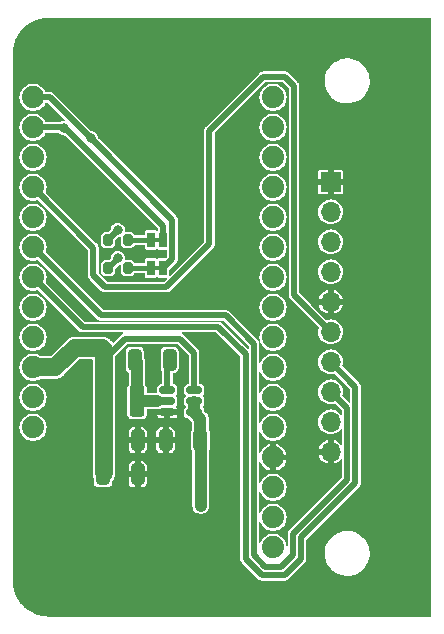
<source format=gbr>
%TF.GenerationSoftware,KiCad,Pcbnew,7.0.9*%
%TF.CreationDate,2024-07-24T20:02:15-04:00*%
%TF.ProjectId,BREAD_Loaf,42524541-445f-44c6-9f61-662e6b696361,rev?*%
%TF.SameCoordinates,PX2fdfdc0PY36746e0*%
%TF.FileFunction,Copper,L2,Bot*%
%TF.FilePolarity,Positive*%
%FSLAX46Y46*%
G04 Gerber Fmt 4.6, Leading zero omitted, Abs format (unit mm)*
G04 Created by KiCad (PCBNEW 7.0.9) date 2024-07-24 20:02:15*
%MOMM*%
%LPD*%
G01*
G04 APERTURE LIST*
G04 Aperture macros list*
%AMRoundRect*
0 Rectangle with rounded corners*
0 $1 Rounding radius*
0 $2 $3 $4 $5 $6 $7 $8 $9 X,Y pos of 4 corners*
0 Add a 4 corners polygon primitive as box body*
4,1,4,$2,$3,$4,$5,$6,$7,$8,$9,$2,$3,0*
0 Add four circle primitives for the rounded corners*
1,1,$1+$1,$2,$3*
1,1,$1+$1,$4,$5*
1,1,$1+$1,$6,$7*
1,1,$1+$1,$8,$9*
0 Add four rect primitives between the rounded corners*
20,1,$1+$1,$2,$3,$4,$5,0*
20,1,$1+$1,$4,$5,$6,$7,0*
20,1,$1+$1,$6,$7,$8,$9,0*
20,1,$1+$1,$8,$9,$2,$3,0*%
G04 Aperture macros list end*
%TA.AperFunction,ComponentPad*%
%ADD10C,1.879600*%
%TD*%
%TA.AperFunction,ComponentPad*%
%ADD11R,1.700000X1.700000*%
%TD*%
%TA.AperFunction,ComponentPad*%
%ADD12O,1.700000X1.700000*%
%TD*%
%TA.AperFunction,SMDPad,CuDef*%
%ADD13R,0.660400X1.270000*%
%TD*%
%TA.AperFunction,SMDPad,CuDef*%
%ADD14RoundRect,0.200000X-0.200000X-0.275000X0.200000X-0.275000X0.200000X0.275000X-0.200000X0.275000X0*%
%TD*%
%TA.AperFunction,SMDPad,CuDef*%
%ADD15RoundRect,0.250000X-0.325000X-0.650000X0.325000X-0.650000X0.325000X0.650000X-0.325000X0.650000X0*%
%TD*%
%TA.AperFunction,SMDPad,CuDef*%
%ADD16RoundRect,0.250000X0.325000X0.650000X-0.325000X0.650000X-0.325000X-0.650000X0.325000X-0.650000X0*%
%TD*%
%TA.AperFunction,SMDPad,CuDef*%
%ADD17RoundRect,0.150000X0.512500X0.150000X-0.512500X0.150000X-0.512500X-0.150000X0.512500X-0.150000X0*%
%TD*%
%TA.AperFunction,SMDPad,CuDef*%
%ADD18RoundRect,0.250000X0.375000X1.075000X-0.375000X1.075000X-0.375000X-1.075000X0.375000X-1.075000X0*%
%TD*%
%TA.AperFunction,ViaPad*%
%ADD19C,0.800000*%
%TD*%
%TA.AperFunction,ViaPad*%
%ADD20C,0.500000*%
%TD*%
%TA.AperFunction,Conductor*%
%ADD21C,1.000000*%
%TD*%
%TA.AperFunction,Conductor*%
%ADD22C,0.500000*%
%TD*%
%TA.AperFunction,Conductor*%
%ADD23C,1.500000*%
%TD*%
%TA.AperFunction,Conductor*%
%ADD24C,0.400000*%
%TD*%
G04 APERTURE END LIST*
%TA.AperFunction,EtchedComponent*%
%TO.C,JP3*%
G36*
X15250000Y-37250000D02*
G01*
X14750000Y-37250000D01*
X14750000Y-36950000D01*
X15250000Y-36950000D01*
X15250000Y-37250000D01*
G37*
%TD.AperFunction*%
%TA.AperFunction,EtchedComponent*%
%TO.C,JP4*%
G36*
X15250000Y-34850000D02*
G01*
X14750000Y-34850000D01*
X14750000Y-34550000D01*
X15250000Y-34550000D01*
X15250000Y-34850000D01*
G37*
%TD.AperFunction*%
%TD*%
D10*
%TO.P,J2,28,~{RESET}*%
%TO.N,unconnected-(J2-~{RESET}-Pad28)*%
X24820000Y-60750000D03*
%TO.P,J2,27,3.3V*%
%TO.N,+3.3V*%
X24820000Y-58210000D03*
%TO.P,J2,26,AREF/NC*%
%TO.N,unconnected-(J2-AREF{slash}NC-Pad26)*%
X24820000Y-55670000D03*
%TO.P,J2,25,GND*%
%TO.N,GND*%
X24820000Y-53130000D03*
%TO.P,J2,24,A0*%
%TO.N,unconnected-(J2-A0-Pad24)*%
X24820000Y-50590000D03*
%TO.P,J2,23,A1*%
%TO.N,unconnected-(J2-A1-Pad23)*%
X24820000Y-48050000D03*
%TO.P,J2,22,A2*%
%TO.N,unconnected-(J2-A2-Pad22)*%
X24820000Y-45510000D03*
%TO.P,J2,21,A3*%
%TO.N,unconnected-(J2-A3-Pad21)*%
X24820000Y-42970000D03*
%TO.P,J2,20,A4*%
%TO.N,unconnected-(J2-A4-Pad20)*%
X24820000Y-40430000D03*
%TO.P,J2,19,A5*%
%TO.N,unconnected-(J2-A5-Pad19)*%
X24820000Y-37890000D03*
%TO.P,J2,18,SCK*%
%TO.N,unconnected-(J2-SCK-Pad18)*%
X24820000Y-35350000D03*
%TO.P,J2,17,PICO*%
%TO.N,unconnected-(J2-PICO-Pad17)*%
X24820000Y-32810000D03*
%TO.P,J2,16,POCI*%
%TO.N,unconnected-(J2-POCI-Pad16)*%
X24820000Y-30270000D03*
%TO.P,J2,15,RX*%
%TO.N,unconnected-(J2-RX-Pad15)*%
X24820000Y-27730000D03*
%TO.P,J2,14,TX*%
%TO.N,unconnected-(J2-TX-Pad14)*%
X24820000Y-25190000D03*
%TO.P,J2,13,FREEBIE*%
%TO.N,unconnected-(J2-FREEBIE-Pad13)*%
X24820000Y-22650000D03*
%TO.P,J2,12,V_BATT*%
%TO.N,unconnected-(J2-V_BATT-Pad12)*%
X4500000Y-50590000D03*
%TO.P,J2,11,EN*%
%TO.N,unconnected-(J2-EN-Pad11)*%
X4500000Y-48050000D03*
%TO.P,J2,10,V_USB*%
%TO.N,+5V*%
X4500000Y-45510000D03*
%TO.P,J2,9,GPIO0*%
%TO.N,unconnected-(J2-GPIO0-Pad9)*%
X4500000Y-42970000D03*
%TO.P,J2,8,GPIO1*%
%TO.N,unconnected-(J2-GPIO1-Pad8)*%
X4500000Y-40430000D03*
%TO.P,J2,7,GPIO2*%
%TO.N,/INT*%
X4500000Y-37890000D03*
%TO.P,J2,6,GPIO3*%
%TO.N,/SYNC*%
X4500000Y-35350000D03*
%TO.P,J2,5,GPIO4*%
%TO.N,unconnected-(J2-GPIO4-Pad5)*%
X4500000Y-32810000D03*
%TO.P,J2,4,GPIO5*%
%TO.N,/E_STOP*%
X4500000Y-30270000D03*
%TO.P,J2,3,GPIO6*%
%TO.N,unconnected-(J2-GPIO6-Pad3)*%
X4500000Y-27730000D03*
%TO.P,J2,2,SCL*%
%TO.N,/SCL_3.3V*%
X4500000Y-25190000D03*
%TO.P,J2,1,SDA*%
%TO.N,/SDA_3.3V*%
X4500000Y-22650000D03*
%TD*%
D11*
%TO.P,J6,1,1*%
%TO.N,GND*%
X29700000Y-29800000D03*
D12*
%TO.P,J6,2,2*%
%TO.N,+12V*%
X29700000Y-32340000D03*
%TO.P,J6,3,3*%
%TO.N,/SCL_3.3V*%
X29700000Y-34880000D03*
%TO.P,J6,4,4*%
%TO.N,/SDA_3.3V*%
X29700000Y-37420000D03*
%TO.P,J6,5,5*%
%TO.N,GND*%
X29700000Y-39960000D03*
%TO.P,J6,6,6*%
%TO.N,/E_STOP*%
X29700000Y-42500000D03*
%TO.P,J6,7,7*%
%TO.N,/INT*%
X29700000Y-45040000D03*
%TO.P,J6,8,8*%
%TO.N,/SYNC*%
X29700000Y-47580000D03*
%TO.P,J6,9,9*%
%TO.N,+12V*%
X29700000Y-50120000D03*
%TO.P,J6,10,10*%
%TO.N,GND*%
X29700000Y-52660000D03*
%TD*%
D13*
%TO.P,JP3,1,A*%
%TO.N,Net-(JP3-A)*%
X14479300Y-37100000D03*
%TO.P,JP3,2,B*%
%TO.N,/SDA_3.3V*%
X15520700Y-37100000D03*
%TD*%
D14*
%TO.P,R12,1*%
%TO.N,+3.3V*%
X10875000Y-34700000D03*
%TO.P,R12,2*%
%TO.N,Net-(JP4-A)*%
X12525000Y-34700000D03*
%TD*%
D15*
%TO.P,C2,1*%
%TO.N,Net-(U2-SW)*%
X13125000Y-44862500D03*
%TO.P,C2,2*%
%TO.N,Net-(U2-BST)*%
X16075000Y-44862500D03*
%TD*%
D16*
%TO.P,C3,1*%
%TO.N,GND*%
X13375000Y-51662500D03*
%TO.P,C3,2*%
%TO.N,+5V*%
X10425000Y-51662500D03*
%TD*%
D15*
%TO.P,C1,1*%
%TO.N,GND*%
X15725000Y-51662500D03*
%TO.P,C1,2*%
%TO.N,+12V*%
X18675000Y-51662500D03*
%TD*%
D16*
%TO.P,C4,1*%
%TO.N,GND*%
X13375000Y-54562500D03*
%TO.P,C4,2*%
%TO.N,+5V*%
X10425000Y-54562500D03*
%TD*%
D17*
%TO.P,U2,1,FB*%
%TO.N,+5V*%
X18137500Y-47412500D03*
%TO.P,U2,2,EN*%
%TO.N,+12V*%
X18137500Y-48362500D03*
%TO.P,U2,3,VIN*%
X18137500Y-49312500D03*
%TO.P,U2,4,GND*%
%TO.N,GND*%
X15862500Y-49312500D03*
%TO.P,U2,5,SW*%
%TO.N,Net-(U2-SW)*%
X15862500Y-48362500D03*
%TO.P,U2,6,BST*%
%TO.N,Net-(U2-BST)*%
X15862500Y-47412500D03*
%TD*%
D13*
%TO.P,JP4,1,A*%
%TO.N,Net-(JP4-A)*%
X14479300Y-34700000D03*
%TO.P,JP4,2,B*%
%TO.N,/SCL_3.3V*%
X15520700Y-34700000D03*
%TD*%
D14*
%TO.P,R10,1*%
%TO.N,+3.3V*%
X10875000Y-37100000D03*
%TO.P,R10,2*%
%TO.N,Net-(JP3-A)*%
X12525000Y-37100000D03*
%TD*%
D18*
%TO.P,L1,1*%
%TO.N,Net-(U2-SW)*%
X13300000Y-48362500D03*
%TO.P,L1,2*%
%TO.N,+5V*%
X10500000Y-48362500D03*
%TD*%
D19*
%TO.N,GND*%
X9100000Y-53112500D03*
D20*
X15700000Y-53062500D03*
X15900000Y-50062500D03*
X15000000Y-50062500D03*
D19*
X15800000Y-54812500D03*
X19700000Y-44512500D03*
D20*
X14600000Y-50962500D03*
X14600000Y-52262500D03*
D19*
X9100000Y-50212500D03*
D20*
X13400000Y-53062500D03*
D19*
X19800000Y-47812500D03*
X9100000Y-45212500D03*
D20*
X17000000Y-47362500D03*
D19*
%TO.N,+12V*%
X18700000Y-57212500D03*
%TO.N,/SDA_3.3V*%
X9400000Y-26100000D03*
%TO.N,/SCL_3.3V*%
X7117162Y-25218538D03*
%TO.N,+3.3V*%
X11664707Y-36274500D03*
X11664707Y-33874500D03*
%TD*%
D21*
%TO.N,+12V*%
X18675000Y-51662500D02*
X18675000Y-49850000D01*
X18700000Y-51687500D02*
X18675000Y-51662500D01*
X18700000Y-57212500D02*
X18700000Y-51687500D01*
X18675000Y-49850000D02*
X18137500Y-49312500D01*
X18137500Y-49312500D02*
X18137500Y-48412500D01*
%TO.N,Net-(U2-SW)*%
X13300000Y-45037500D02*
X13125000Y-44862500D01*
X13300000Y-48362500D02*
X15000000Y-48362500D01*
X13300000Y-48362500D02*
X13300000Y-45037500D01*
D22*
%TO.N,Net-(U2-BST)*%
X15862500Y-45075000D02*
X16075000Y-44862500D01*
X15862500Y-47412500D02*
X15862500Y-45075000D01*
D23*
%TO.N,+5V*%
X6390000Y-45510000D02*
X8037500Y-43862500D01*
D22*
X12300000Y-43062500D02*
X10500000Y-44862500D01*
X18137500Y-44250000D02*
X16950000Y-43062500D01*
X10500000Y-44862500D02*
X10500000Y-48362500D01*
X16950000Y-43062500D02*
X12300000Y-43062500D01*
D23*
X10500000Y-43993423D02*
X10500000Y-48362500D01*
X10369077Y-43862500D02*
X10500000Y-43993423D01*
X10500000Y-48362500D02*
X10499390Y-48363110D01*
D22*
X18137500Y-47412500D02*
X18137500Y-44250000D01*
D23*
X8037500Y-43862500D02*
X10369077Y-43862500D01*
X10499390Y-48363110D02*
X10499390Y-51588110D01*
X4500000Y-45510000D02*
X6390000Y-45510000D01*
X10499390Y-51736890D02*
X10499390Y-54488110D01*
D22*
%TO.N,/SDA_3.3V*%
X9400000Y-26100000D02*
X16300900Y-33000900D01*
X16300900Y-33000900D02*
X16300900Y-36319800D01*
X5950000Y-22650000D02*
X4500000Y-22650000D01*
X16300900Y-36319800D02*
X15520700Y-37100000D01*
X9400000Y-26100000D02*
X5950000Y-22650000D01*
%TO.N,/SCL_3.3V*%
X7145700Y-25190000D02*
X4500000Y-25190000D01*
X15520700Y-33565000D02*
X7145700Y-25190000D01*
X15520700Y-34700000D02*
X15520700Y-33565000D01*
%TO.N,unconnected-(J2-GPIO1-Pad8)*%
X5030000Y-40430000D02*
X4500000Y-40430000D01*
%TO.N,/E_STOP*%
X29700000Y-42500000D02*
X26600000Y-39400000D01*
X26600000Y-21700000D02*
X25800000Y-20900000D01*
X19430000Y-35070000D02*
X15800000Y-38700000D01*
X15800000Y-38700000D02*
X10600000Y-38700000D01*
X9600000Y-35370000D02*
X4500000Y-30270000D01*
X19430000Y-25470000D02*
X19430000Y-35070000D01*
X24000000Y-20900000D02*
X19430000Y-25470000D01*
X9600000Y-37700000D02*
X9600000Y-35370000D01*
X26600000Y-39400000D02*
X26600000Y-21700000D01*
X10600000Y-38700000D02*
X9600000Y-37700000D01*
X25800000Y-20900000D02*
X24000000Y-20900000D01*
%TO.N,/SYNC*%
X10250000Y-41100000D02*
X4500000Y-35350000D01*
X31100000Y-48980000D02*
X31100000Y-55010050D01*
X26500000Y-59610052D02*
X26500000Y-61420100D01*
X31100000Y-55010050D02*
X26500000Y-59610052D01*
X20800000Y-41100000D02*
X10250000Y-41100000D01*
X23200000Y-61420100D02*
X23200000Y-43500000D01*
X29700000Y-47580000D02*
X31100000Y-48980000D01*
X24179900Y-62400000D02*
X23200000Y-61420100D01*
X26500000Y-61420100D02*
X25520100Y-62400000D01*
X25520100Y-62400000D02*
X24179900Y-62400000D01*
X23200000Y-43500000D02*
X20800000Y-41100000D01*
%TO.N,/INT*%
X31800000Y-47140000D02*
X31800000Y-55300000D01*
X27200000Y-59900001D02*
X27200000Y-61710050D01*
X22500000Y-44400000D02*
X20200000Y-42100000D01*
X8710000Y-42100000D02*
X4500000Y-37890000D01*
X27200000Y-61710050D02*
X25810050Y-63100000D01*
X31800000Y-55300000D02*
X27200000Y-59900001D01*
X29700000Y-45040000D02*
X31800000Y-47140000D01*
X20200000Y-42100000D02*
X8710000Y-42100000D01*
X25810050Y-63100000D02*
X23889950Y-63100000D01*
X22500000Y-61710050D02*
X22500000Y-44400000D01*
X23889950Y-63100000D02*
X22500000Y-61710050D01*
%TO.N,+3.3V*%
X11664707Y-36310293D02*
X10875000Y-37100000D01*
X10900000Y-37125000D02*
X10875000Y-37100000D01*
X11664707Y-33874500D02*
X11664707Y-33910293D01*
X24820000Y-58210000D02*
X24890000Y-58210000D01*
X11664707Y-33910293D02*
X10875000Y-34700000D01*
X10875000Y-34700000D02*
X10900000Y-34675000D01*
X10875000Y-34725000D02*
X10875000Y-34700000D01*
X11664707Y-36274500D02*
X11664707Y-36310293D01*
D24*
%TO.N,Net-(JP3-A)*%
X12525000Y-37100000D02*
X14479300Y-37100000D01*
%TO.N,Net-(JP4-A)*%
X14479300Y-34700000D02*
X12525000Y-34700000D01*
%TD*%
%TA.AperFunction,Conductor*%
%TO.N,GND*%
G36*
X38150504Y-15900496D02*
G01*
X38185151Y-15914850D01*
X38199501Y-15949494D01*
X38200000Y-29456381D01*
X38200000Y-66550500D01*
X38185648Y-66585148D01*
X38151000Y-66599500D01*
X5800646Y-66599500D01*
X5799363Y-66599466D01*
X5666617Y-66592509D01*
X5481098Y-66582090D01*
X5478638Y-66581826D01*
X5324369Y-66557394D01*
X5160095Y-66529482D01*
X5157856Y-66528993D01*
X5003297Y-66487579D01*
X4846722Y-66442470D01*
X4844724Y-66441800D01*
X4693829Y-66383877D01*
X4544636Y-66322079D01*
X4542888Y-66321273D01*
X4398077Y-66247488D01*
X4257369Y-66169722D01*
X4255876Y-66168826D01*
X4119127Y-66080020D01*
X4074879Y-66048624D01*
X3988265Y-65987168D01*
X3987033Y-65986233D01*
X3860554Y-65883812D01*
X3859647Y-65883040D01*
X3740492Y-65776558D01*
X3739493Y-65775613D01*
X3624385Y-65660505D01*
X3623440Y-65659506D01*
X3516958Y-65540351D01*
X3516186Y-65539444D01*
X3413765Y-65412965D01*
X3412838Y-65411744D01*
X3319978Y-65280870D01*
X3291119Y-65236432D01*
X3231165Y-65144110D01*
X3230286Y-65142646D01*
X3152511Y-65001922D01*
X3078725Y-64857110D01*
X3077924Y-64855373D01*
X3016127Y-64706183D01*
X2958189Y-64555248D01*
X2957533Y-64553293D01*
X2912414Y-64396679D01*
X2907316Y-64377652D01*
X2871000Y-64242121D01*
X2870516Y-64239903D01*
X2842605Y-64075630D01*
X2841717Y-64070026D01*
X2818172Y-63921360D01*
X2817909Y-63918913D01*
X2807502Y-63733613D01*
X2800532Y-63600621D01*
X2800499Y-63599393D01*
X2800135Y-54864877D01*
X2800000Y-51636316D01*
X2800000Y-50590000D01*
X3354815Y-50590000D01*
X3374313Y-50800423D01*
X3374314Y-50800429D01*
X3432146Y-51003687D01*
X3432149Y-51003694D01*
X3526342Y-51192859D01*
X3526345Y-51192863D01*
X3653695Y-51361503D01*
X3653698Y-51361506D01*
X3809867Y-51503873D01*
X3809868Y-51503874D01*
X3809872Y-51503877D01*
X3989547Y-51615128D01*
X4050102Y-51638587D01*
X4186599Y-51691466D01*
X4186600Y-51691466D01*
X4186605Y-51691468D01*
X4394336Y-51730300D01*
X4394338Y-51730300D01*
X4605662Y-51730300D01*
X4605664Y-51730300D01*
X4813395Y-51691468D01*
X5010453Y-51615128D01*
X5190128Y-51503877D01*
X5346302Y-51361506D01*
X5473656Y-51192862D01*
X5567853Y-51003689D01*
X5625686Y-50800427D01*
X5645185Y-50590000D01*
X5625686Y-50379573D01*
X5567853Y-50176311D01*
X5473656Y-49987138D01*
X5409979Y-49902816D01*
X5346304Y-49818496D01*
X5346301Y-49818493D01*
X5190132Y-49676126D01*
X5190129Y-49676124D01*
X5190128Y-49676123D01*
X5010453Y-49564872D01*
X5010450Y-49564871D01*
X5010449Y-49564870D01*
X4813400Y-49488533D01*
X4794201Y-49484944D01*
X4605664Y-49449700D01*
X4394336Y-49449700D01*
X4237584Y-49479002D01*
X4186599Y-49488533D01*
X3989550Y-49564870D01*
X3809867Y-49676126D01*
X3653698Y-49818493D01*
X3653695Y-49818496D01*
X3526345Y-49987136D01*
X3526342Y-49987140D01*
X3432149Y-50176305D01*
X3432146Y-50176312D01*
X3374314Y-50379570D01*
X3374313Y-50379576D01*
X3354815Y-50590000D01*
X2800000Y-50590000D01*
X2800000Y-48050000D01*
X3354815Y-48050000D01*
X3374313Y-48260423D01*
X3374314Y-48260429D01*
X3432146Y-48463687D01*
X3432149Y-48463694D01*
X3526342Y-48652859D01*
X3526345Y-48652863D01*
X3653695Y-48821503D01*
X3653698Y-48821506D01*
X3809867Y-48963873D01*
X3809868Y-48963874D01*
X3809872Y-48963877D01*
X3989547Y-49075128D01*
X4055233Y-49100574D01*
X4186599Y-49151466D01*
X4186600Y-49151466D01*
X4186605Y-49151468D01*
X4394336Y-49190300D01*
X4394338Y-49190300D01*
X4605662Y-49190300D01*
X4605664Y-49190300D01*
X4813395Y-49151468D01*
X5010453Y-49075128D01*
X5190128Y-48963877D01*
X5346302Y-48821506D01*
X5473656Y-48652862D01*
X5567853Y-48463689D01*
X5625686Y-48260427D01*
X5645185Y-48050000D01*
X5625686Y-47839573D01*
X5567853Y-47636311D01*
X5473656Y-47447138D01*
X5346302Y-47278494D01*
X5292271Y-47229238D01*
X5190132Y-47136126D01*
X5190129Y-47136124D01*
X5190128Y-47136123D01*
X5010453Y-47024872D01*
X5010450Y-47024871D01*
X5010449Y-47024870D01*
X4813400Y-46948533D01*
X4751362Y-46936936D01*
X4605664Y-46909700D01*
X4394336Y-46909700D01*
X4248638Y-46936936D01*
X4186599Y-46948533D01*
X3989550Y-47024870D01*
X3809867Y-47136126D01*
X3653698Y-47278493D01*
X3653695Y-47278496D01*
X3526345Y-47447136D01*
X3526342Y-47447140D01*
X3432149Y-47636305D01*
X3432146Y-47636312D01*
X3374314Y-47839570D01*
X3374313Y-47839576D01*
X3354815Y-48050000D01*
X2800000Y-48050000D01*
X2800000Y-45510000D01*
X3354815Y-45510000D01*
X3374313Y-45720423D01*
X3374314Y-45720429D01*
X3432146Y-45923687D01*
X3432149Y-45923694D01*
X3526342Y-46112859D01*
X3526345Y-46112863D01*
X3653695Y-46281503D01*
X3653698Y-46281506D01*
X3809867Y-46423873D01*
X3809868Y-46423874D01*
X3809872Y-46423877D01*
X3989547Y-46535128D01*
X4055233Y-46560574D01*
X4186599Y-46611466D01*
X4186600Y-46611466D01*
X4186605Y-46611468D01*
X4394336Y-46650300D01*
X4394338Y-46650300D01*
X4605662Y-46650300D01*
X4605664Y-46650300D01*
X4813395Y-46611468D01*
X5010453Y-46535128D01*
X5119127Y-46467838D01*
X5144922Y-46460500D01*
X6377937Y-46460500D01*
X6462546Y-46462644D01*
X6521218Y-46452127D01*
X6523030Y-46451874D01*
X6536815Y-46450472D01*
X6582321Y-46445845D01*
X6615551Y-46435417D01*
X6618541Y-46434683D01*
X6652828Y-46428539D01*
X6686246Y-46415189D01*
X6708163Y-46406435D01*
X6709918Y-46405810D01*
X6766768Y-46387974D01*
X6797214Y-46371073D01*
X6800002Y-46369749D01*
X6832348Y-46356830D01*
X6882108Y-46324033D01*
X6883682Y-46323080D01*
X6935791Y-46294159D01*
X6962212Y-46271475D01*
X6964680Y-46269613D01*
X6993759Y-46250451D01*
X7035911Y-46208297D01*
X7037251Y-46207056D01*
X7082468Y-46168240D01*
X7103789Y-46140694D01*
X7105822Y-46138386D01*
X8416858Y-44827352D01*
X8451506Y-44813000D01*
X9500500Y-44813000D01*
X9535148Y-44827352D01*
X9549500Y-44862000D01*
X9549500Y-48258505D01*
X9548944Y-48263966D01*
X9549141Y-48263986D01*
X9548890Y-48266453D01*
X9548890Y-48326032D01*
X9548819Y-48327893D01*
X9544295Y-48387316D01*
X9548693Y-48421845D01*
X9548890Y-48424944D01*
X9548890Y-51636451D01*
X9548920Y-51637111D01*
X9548890Y-51638486D01*
X9548890Y-51640234D01*
X9548890Y-54536316D01*
X9553817Y-54584765D01*
X9563545Y-54680433D01*
X9592941Y-54774122D01*
X9621416Y-54864878D01*
X9640074Y-54898493D01*
X9643343Y-54904382D01*
X9649500Y-54928162D01*
X9649500Y-55266775D01*
X9652353Y-55297198D01*
X9652353Y-55297199D01*
X9697204Y-55425376D01*
X9697208Y-55425385D01*
X9777849Y-55534650D01*
X9887114Y-55615291D01*
X9887117Y-55615292D01*
X9887118Y-55615293D01*
X9887120Y-55615293D01*
X9887123Y-55615295D01*
X9950336Y-55637414D01*
X10015301Y-55660146D01*
X10045734Y-55663000D01*
X10045744Y-55663000D01*
X10804256Y-55663000D01*
X10804266Y-55663000D01*
X10834699Y-55660146D01*
X10962882Y-55615293D01*
X10963491Y-55614844D01*
X11072150Y-55534650D01*
X11152791Y-55425385D01*
X11152791Y-55425384D01*
X11152793Y-55425382D01*
X11197646Y-55297199D01*
X11200500Y-55266766D01*
X11200500Y-55154092D01*
X11214852Y-55119444D01*
X11215685Y-55118630D01*
X11224309Y-55110433D01*
X11334743Y-54951768D01*
X11394508Y-54812500D01*
X12600001Y-54812500D01*
X12600001Y-55266691D01*
X12600002Y-55266715D01*
X12602850Y-55297102D01*
X12602851Y-55297108D01*
X12647651Y-55425140D01*
X12647655Y-55425148D01*
X12728207Y-55534292D01*
X12837351Y-55614844D01*
X12837359Y-55614848D01*
X12965395Y-55659649D01*
X12995785Y-55662499D01*
X13124999Y-55662499D01*
X13125000Y-55662498D01*
X13125000Y-54812500D01*
X13625000Y-54812500D01*
X13625000Y-55662499D01*
X13754191Y-55662499D01*
X13754215Y-55662497D01*
X13784602Y-55659649D01*
X13784608Y-55659648D01*
X13912640Y-55614848D01*
X13912648Y-55614844D01*
X14021792Y-55534292D01*
X14102344Y-55425148D01*
X14102348Y-55425140D01*
X14147149Y-55297105D01*
X14147149Y-55297103D01*
X14149998Y-55266714D01*
X14150000Y-55266693D01*
X14150000Y-54812500D01*
X13625000Y-54812500D01*
X13125000Y-54812500D01*
X12600001Y-54812500D01*
X11394508Y-54812500D01*
X11410977Y-54774122D01*
X11449890Y-54584766D01*
X11449890Y-54312500D01*
X12600000Y-54312500D01*
X13125000Y-54312500D01*
X13125000Y-53462500D01*
X13625000Y-53462500D01*
X13625000Y-54312500D01*
X14149999Y-54312500D01*
X14149999Y-53858308D01*
X14149997Y-53858284D01*
X14147149Y-53827897D01*
X14147148Y-53827891D01*
X14102348Y-53699859D01*
X14102344Y-53699851D01*
X14021792Y-53590707D01*
X13912648Y-53510155D01*
X13912640Y-53510151D01*
X13784604Y-53465350D01*
X13754214Y-53462501D01*
X13754193Y-53462500D01*
X13625000Y-53462500D01*
X13125000Y-53462500D01*
X12995808Y-53462500D01*
X12995784Y-53462502D01*
X12965397Y-53465350D01*
X12965391Y-53465351D01*
X12837359Y-53510151D01*
X12837351Y-53510155D01*
X12728207Y-53590707D01*
X12647655Y-53699851D01*
X12647651Y-53699859D01*
X12602850Y-53827894D01*
X12602850Y-53827896D01*
X12600001Y-53858285D01*
X12600000Y-53858306D01*
X12600000Y-54312500D01*
X11449890Y-54312500D01*
X11449890Y-51912500D01*
X12600001Y-51912500D01*
X12600001Y-52366691D01*
X12600002Y-52366715D01*
X12602850Y-52397102D01*
X12602851Y-52397108D01*
X12647651Y-52525140D01*
X12647655Y-52525148D01*
X12728207Y-52634292D01*
X12837351Y-52714844D01*
X12837359Y-52714848D01*
X12965395Y-52759649D01*
X12995785Y-52762499D01*
X13124999Y-52762499D01*
X13125000Y-52762498D01*
X13125000Y-51912500D01*
X13625000Y-51912500D01*
X13625000Y-52762499D01*
X13754191Y-52762499D01*
X13754215Y-52762497D01*
X13784602Y-52759649D01*
X13784608Y-52759648D01*
X13912640Y-52714848D01*
X13912648Y-52714844D01*
X14021792Y-52634292D01*
X14102344Y-52525148D01*
X14102348Y-52525140D01*
X14147149Y-52397105D01*
X14147149Y-52397103D01*
X14149998Y-52366714D01*
X14150000Y-52366693D01*
X14150000Y-51912500D01*
X14950001Y-51912500D01*
X14950001Y-52366691D01*
X14950002Y-52366715D01*
X14952850Y-52397102D01*
X14952851Y-52397108D01*
X14997651Y-52525140D01*
X14997655Y-52525148D01*
X15078207Y-52634292D01*
X15187351Y-52714844D01*
X15187359Y-52714848D01*
X15315395Y-52759649D01*
X15345785Y-52762499D01*
X15474999Y-52762499D01*
X15475000Y-52762498D01*
X15475000Y-51912500D01*
X15975000Y-51912500D01*
X15975000Y-52762499D01*
X16104191Y-52762499D01*
X16104215Y-52762497D01*
X16134602Y-52759649D01*
X16134608Y-52759648D01*
X16262640Y-52714848D01*
X16262648Y-52714844D01*
X16371792Y-52634292D01*
X16452344Y-52525148D01*
X16452348Y-52525140D01*
X16497149Y-52397105D01*
X16497149Y-52397103D01*
X16499998Y-52366714D01*
X16500000Y-52366693D01*
X16500000Y-51912500D01*
X15975000Y-51912500D01*
X15475000Y-51912500D01*
X14950001Y-51912500D01*
X14150000Y-51912500D01*
X13625000Y-51912500D01*
X13125000Y-51912500D01*
X12600001Y-51912500D01*
X11449890Y-51912500D01*
X11449890Y-51688684D01*
X11449890Y-51687441D01*
X11450038Y-51687441D01*
X11450044Y-51687257D01*
X11449890Y-51687257D01*
X11449890Y-51412500D01*
X12600000Y-51412500D01*
X13125000Y-51412500D01*
X13125000Y-50562500D01*
X13625000Y-50562500D01*
X13625000Y-51412500D01*
X14149999Y-51412500D01*
X14950000Y-51412500D01*
X15475000Y-51412500D01*
X15475000Y-50562500D01*
X15975000Y-50562500D01*
X15975000Y-51412500D01*
X16499999Y-51412500D01*
X16499999Y-50958308D01*
X16499997Y-50958284D01*
X16497149Y-50927897D01*
X16497148Y-50927891D01*
X16452348Y-50799859D01*
X16452344Y-50799851D01*
X16371792Y-50690707D01*
X16262648Y-50610155D01*
X16262640Y-50610151D01*
X16134604Y-50565350D01*
X16104214Y-50562501D01*
X16104193Y-50562500D01*
X15975000Y-50562500D01*
X15475000Y-50562500D01*
X15345808Y-50562500D01*
X15345784Y-50562502D01*
X15315397Y-50565350D01*
X15315391Y-50565351D01*
X15187359Y-50610151D01*
X15187351Y-50610155D01*
X15078207Y-50690707D01*
X14997655Y-50799851D01*
X14997651Y-50799859D01*
X14952850Y-50927894D01*
X14952850Y-50927896D01*
X14950001Y-50958285D01*
X14950000Y-50958306D01*
X14950000Y-51412500D01*
X14149999Y-51412500D01*
X14149999Y-50958308D01*
X14149997Y-50958284D01*
X14147149Y-50927897D01*
X14147148Y-50927891D01*
X14102348Y-50799859D01*
X14102344Y-50799851D01*
X14021792Y-50690707D01*
X13912648Y-50610155D01*
X13912640Y-50610151D01*
X13784604Y-50565350D01*
X13754214Y-50562501D01*
X13754193Y-50562500D01*
X13625000Y-50562500D01*
X13125000Y-50562500D01*
X12995808Y-50562500D01*
X12995784Y-50562502D01*
X12965397Y-50565350D01*
X12965391Y-50565351D01*
X12837359Y-50610151D01*
X12837351Y-50610155D01*
X12728207Y-50690707D01*
X12647655Y-50799851D01*
X12647651Y-50799859D01*
X12602850Y-50927894D01*
X12602850Y-50927896D01*
X12600001Y-50958285D01*
X12600000Y-50958306D01*
X12600000Y-51412500D01*
X11449890Y-51412500D01*
X11449890Y-48467106D01*
X11450446Y-48461647D01*
X11450249Y-48461627D01*
X11450500Y-48459159D01*
X11450500Y-48399577D01*
X11450571Y-48397716D01*
X11452171Y-48376693D01*
X11455095Y-48338297D01*
X11450697Y-48303763D01*
X11450500Y-48300664D01*
X11450500Y-45566775D01*
X12349500Y-45566775D01*
X12352353Y-45597198D01*
X12352353Y-45597199D01*
X12397204Y-45725376D01*
X12397208Y-45725385D01*
X12477847Y-45834648D01*
X12477850Y-45834650D01*
X12579598Y-45909743D01*
X12598953Y-45941863D01*
X12599500Y-45949167D01*
X12599500Y-46953765D01*
X12589925Y-46982862D01*
X12522208Y-47074614D01*
X12522204Y-47074623D01*
X12477353Y-47202800D01*
X12477353Y-47202801D01*
X12474500Y-47233224D01*
X12474500Y-49491775D01*
X12477353Y-49522198D01*
X12477353Y-49522199D01*
X12522204Y-49650376D01*
X12522208Y-49650385D01*
X12602849Y-49759650D01*
X12712114Y-49840291D01*
X12712117Y-49840292D01*
X12712118Y-49840293D01*
X12712120Y-49840293D01*
X12712123Y-49840295D01*
X12798259Y-49870435D01*
X12840301Y-49885146D01*
X12870734Y-49888000D01*
X12870744Y-49888000D01*
X13729256Y-49888000D01*
X13729266Y-49888000D01*
X13759699Y-49885146D01*
X13887882Y-49840293D01*
X13997150Y-49759650D01*
X14055102Y-49681128D01*
X14077791Y-49650385D01*
X14077791Y-49650384D01*
X14077793Y-49650382D01*
X14108544Y-49562500D01*
X15009730Y-49562500D01*
X15009912Y-49563748D01*
X15061213Y-49668686D01*
X15061215Y-49668690D01*
X15143809Y-49751284D01*
X15143813Y-49751286D01*
X15248751Y-49802587D01*
X15316779Y-49812499D01*
X15612499Y-49812499D01*
X15612500Y-49812498D01*
X15612500Y-49562500D01*
X16112500Y-49562500D01*
X16112500Y-49812499D01*
X16408221Y-49812499D01*
X16476248Y-49802588D01*
X16476249Y-49802588D01*
X16581186Y-49751287D01*
X16581190Y-49751284D01*
X16663784Y-49668690D01*
X16663786Y-49668686D01*
X16715087Y-49563748D01*
X16715270Y-49562500D01*
X16112500Y-49562500D01*
X15612500Y-49562500D01*
X15009730Y-49562500D01*
X14108544Y-49562500D01*
X14122646Y-49522199D01*
X14125500Y-49491766D01*
X14125500Y-49112000D01*
X14139852Y-49077352D01*
X14174500Y-49063000D01*
X15042372Y-49063000D01*
X15045026Y-49062677D01*
X15047975Y-49062500D01*
X16715269Y-49062500D01*
X16715087Y-49061251D01*
X16663786Y-48956313D01*
X16663784Y-48956309D01*
X16579976Y-48872501D01*
X16565624Y-48837853D01*
X16579976Y-48803205D01*
X16581483Y-48801698D01*
X16664198Y-48718983D01*
X16715573Y-48613893D01*
X16725500Y-48545760D01*
X16725500Y-48179240D01*
X16723636Y-48166450D01*
X16722606Y-48159384D01*
X16715573Y-48111107D01*
X16664198Y-48006017D01*
X16581483Y-47923302D01*
X16580329Y-47922148D01*
X16565977Y-47887500D01*
X16580329Y-47852852D01*
X16593611Y-47839570D01*
X16664198Y-47768983D01*
X16715573Y-47663893D01*
X16725500Y-47595760D01*
X16725500Y-47229240D01*
X16715573Y-47161107D01*
X16664198Y-47056017D01*
X16581483Y-46973302D01*
X16507095Y-46936936D01*
X16476396Y-46921928D01*
X16476394Y-46921927D01*
X16408262Y-46912000D01*
X16408260Y-46912000D01*
X16362000Y-46912000D01*
X16327352Y-46897648D01*
X16313000Y-46863000D01*
X16313000Y-46012000D01*
X16327352Y-45977352D01*
X16362000Y-45963000D01*
X16454256Y-45963000D01*
X16454266Y-45963000D01*
X16484699Y-45960146D01*
X16612882Y-45915293D01*
X16722150Y-45834650D01*
X16802793Y-45725382D01*
X16847646Y-45597199D01*
X16850500Y-45566766D01*
X16850500Y-44158234D01*
X16847646Y-44127801D01*
X16843416Y-44115713D01*
X16802795Y-43999623D01*
X16802791Y-43999614D01*
X16722150Y-43890349D01*
X16612885Y-43809708D01*
X16612876Y-43809704D01*
X16484698Y-43764853D01*
X16454275Y-43762000D01*
X16454266Y-43762000D01*
X15695734Y-43762000D01*
X15695724Y-43762000D01*
X15665301Y-43764853D01*
X15665300Y-43764853D01*
X15537123Y-43809704D01*
X15537114Y-43809708D01*
X15427849Y-43890349D01*
X15347208Y-43999614D01*
X15347204Y-43999623D01*
X15302353Y-44127800D01*
X15302353Y-44127801D01*
X15299500Y-44158224D01*
X15299500Y-45566775D01*
X15302353Y-45597197D01*
X15345472Y-45720423D01*
X15347207Y-45725382D01*
X15402425Y-45800200D01*
X15412000Y-45829296D01*
X15412000Y-46863000D01*
X15397648Y-46897648D01*
X15363000Y-46912000D01*
X15316738Y-46912000D01*
X15248605Y-46921927D01*
X15248603Y-46921928D01*
X15143519Y-46973301D01*
X15143515Y-46973303D01*
X15060803Y-47056015D01*
X15060801Y-47056019D01*
X15009428Y-47161103D01*
X15009427Y-47161105D01*
X14999500Y-47229238D01*
X14999500Y-47595763D01*
X15000982Y-47605936D01*
X14991775Y-47642291D01*
X14959558Y-47661488D01*
X14952494Y-47662000D01*
X14174500Y-47662000D01*
X14139852Y-47647648D01*
X14125500Y-47613000D01*
X14125500Y-47233243D01*
X14125499Y-47233224D01*
X14122646Y-47202801D01*
X14122646Y-47202800D01*
X14077795Y-47074623D01*
X14077791Y-47074614D01*
X14010075Y-46982862D01*
X14000500Y-46953765D01*
X14000500Y-45059405D01*
X14000545Y-45057925D01*
X14004357Y-44994894D01*
X14004356Y-44994890D01*
X13992967Y-44932745D01*
X13992756Y-44931359D01*
X13985140Y-44868628D01*
X13979130Y-44852781D01*
X13976749Y-44844238D01*
X13975520Y-44837535D01*
X13973694Y-44827568D01*
X13973597Y-44827352D01*
X13947777Y-44769983D01*
X13947211Y-44768615D01*
X13924819Y-44709571D01*
X13915188Y-44695620D01*
X13910830Y-44687894D01*
X13904815Y-44674527D01*
X13900500Y-44654420D01*
X13900500Y-44158243D01*
X13900499Y-44158224D01*
X13897646Y-44127801D01*
X13897646Y-44127800D01*
X13852795Y-43999623D01*
X13852791Y-43999614D01*
X13772150Y-43890349D01*
X13662885Y-43809708D01*
X13662876Y-43809704D01*
X13534698Y-43764853D01*
X13504275Y-43762000D01*
X13504266Y-43762000D01*
X12745734Y-43762000D01*
X12745724Y-43762000D01*
X12715301Y-43764853D01*
X12715300Y-43764853D01*
X12587123Y-43809704D01*
X12587114Y-43809708D01*
X12477849Y-43890349D01*
X12397208Y-43999614D01*
X12397204Y-43999623D01*
X12352353Y-44127800D01*
X12352353Y-44127801D01*
X12349500Y-44158224D01*
X12349500Y-45566775D01*
X11450500Y-45566775D01*
X11450500Y-44569400D01*
X11464852Y-44534752D01*
X12472252Y-43527352D01*
X12506900Y-43513000D01*
X16743100Y-43513000D01*
X16777748Y-43527352D01*
X17672648Y-44422251D01*
X17687000Y-44456899D01*
X17687000Y-46863000D01*
X17672648Y-46897648D01*
X17638000Y-46912000D01*
X17591738Y-46912000D01*
X17523605Y-46921927D01*
X17523603Y-46921928D01*
X17418519Y-46973301D01*
X17418515Y-46973303D01*
X17335803Y-47056015D01*
X17335801Y-47056019D01*
X17284428Y-47161103D01*
X17284427Y-47161105D01*
X17274500Y-47229238D01*
X17274500Y-47595761D01*
X17284427Y-47663894D01*
X17284428Y-47663896D01*
X17294796Y-47685103D01*
X17335802Y-47768983D01*
X17335803Y-47768984D01*
X17419671Y-47852852D01*
X17434023Y-47887500D01*
X17419671Y-47922148D01*
X17335803Y-48006015D01*
X17335801Y-48006019D01*
X17284428Y-48111103D01*
X17284427Y-48111105D01*
X17274500Y-48179238D01*
X17274500Y-48545761D01*
X17284427Y-48613894D01*
X17284428Y-48613896D01*
X17303476Y-48652859D01*
X17335802Y-48718983D01*
X17335803Y-48718984D01*
X17335804Y-48718985D01*
X17419670Y-48802852D01*
X17434022Y-48837500D01*
X17419670Y-48872148D01*
X17335804Y-48956014D01*
X17335801Y-48956019D01*
X17284428Y-49061103D01*
X17284427Y-49061105D01*
X17274500Y-49129238D01*
X17274500Y-49495761D01*
X17284427Y-49563894D01*
X17284428Y-49563896D01*
X17293511Y-49582475D01*
X17335802Y-49668983D01*
X17418517Y-49751698D01*
X17523607Y-49803073D01*
X17571884Y-49810106D01*
X17591738Y-49813000D01*
X17591740Y-49813000D01*
X17627047Y-49813000D01*
X17661695Y-49827352D01*
X17960148Y-50125805D01*
X17974500Y-50160453D01*
X17974500Y-50746513D01*
X17964925Y-50775610D01*
X17947208Y-50799615D01*
X17947204Y-50799623D01*
X17902353Y-50927800D01*
X17902353Y-50927801D01*
X17899500Y-50958224D01*
X17899500Y-52366775D01*
X17902353Y-52397197D01*
X17902354Y-52397199D01*
X17947207Y-52525382D01*
X17989925Y-52583263D01*
X17999500Y-52612359D01*
X17999500Y-57254872D01*
X18014860Y-57381372D01*
X18014861Y-57381374D01*
X18075181Y-57540429D01*
X18075182Y-57540431D01*
X18171816Y-57680428D01*
X18171817Y-57680429D01*
X18299148Y-57793234D01*
X18449775Y-57872290D01*
X18614944Y-57913000D01*
X18785056Y-57913000D01*
X18950225Y-57872290D01*
X19100852Y-57793234D01*
X19228183Y-57680429D01*
X19324818Y-57540430D01*
X19385140Y-57381372D01*
X19400500Y-57254872D01*
X19400500Y-52540260D01*
X19403250Y-52524076D01*
X19404034Y-52521834D01*
X19447646Y-52397199D01*
X19450500Y-52366766D01*
X19450500Y-50958234D01*
X19447646Y-50927801D01*
X19426164Y-50866410D01*
X19402795Y-50799623D01*
X19402791Y-50799615D01*
X19385075Y-50775610D01*
X19375500Y-50746513D01*
X19375500Y-49871915D01*
X19375545Y-49870435D01*
X19377368Y-49840291D01*
X19379358Y-49807394D01*
X19367967Y-49745240D01*
X19367753Y-49743834D01*
X19360140Y-49681128D01*
X19354130Y-49665283D01*
X19351751Y-49656747D01*
X19348695Y-49640069D01*
X19322774Y-49582475D01*
X19322208Y-49581107D01*
X19299867Y-49522199D01*
X19299818Y-49522070D01*
X19290185Y-49508114D01*
X19285831Y-49500394D01*
X19278878Y-49484944D01*
X19239926Y-49435225D01*
X19239065Y-49434054D01*
X19203183Y-49382071D01*
X19155915Y-49340195D01*
X19154853Y-49339196D01*
X19014852Y-49199195D01*
X19000500Y-49164547D01*
X19000500Y-49129238D01*
X18997606Y-49109384D01*
X18990573Y-49061107D01*
X18939198Y-48956017D01*
X18856483Y-48873302D01*
X18855329Y-48872148D01*
X18840977Y-48837500D01*
X18855329Y-48802852D01*
X18856483Y-48801698D01*
X18939198Y-48718983D01*
X18990573Y-48613893D01*
X19000500Y-48545760D01*
X19000500Y-48179240D01*
X18998636Y-48166450D01*
X18997606Y-48159384D01*
X18990573Y-48111107D01*
X18939198Y-48006017D01*
X18856483Y-47923302D01*
X18855329Y-47922148D01*
X18840977Y-47887500D01*
X18855329Y-47852852D01*
X18868611Y-47839570D01*
X18939198Y-47768983D01*
X18990573Y-47663893D01*
X19000500Y-47595760D01*
X19000500Y-47229240D01*
X18990573Y-47161107D01*
X18939198Y-47056017D01*
X18856483Y-46973302D01*
X18782095Y-46936936D01*
X18751396Y-46921928D01*
X18751394Y-46921927D01*
X18683262Y-46912000D01*
X18683260Y-46912000D01*
X18637000Y-46912000D01*
X18602352Y-46897648D01*
X18588000Y-46863000D01*
X18588000Y-44276677D01*
X18588154Y-44273932D01*
X18592770Y-44232965D01*
X18581710Y-44174511D01*
X18572848Y-44115713D01*
X18571922Y-44113790D01*
X18567922Y-44101634D01*
X18567523Y-44099526D01*
X18539722Y-44046926D01*
X18513925Y-43993358D01*
X18512464Y-43991783D01*
X18505068Y-43981359D01*
X18504066Y-43979463D01*
X18462016Y-43937413D01*
X18421555Y-43893806D01*
X18421554Y-43893805D01*
X18419695Y-43892732D01*
X18409548Y-43884945D01*
X17287419Y-42762816D01*
X17285587Y-42760766D01*
X17271804Y-42743484D01*
X17259879Y-42728530D01*
X17210728Y-42695019D01*
X17162882Y-42659707D01*
X17162880Y-42659706D01*
X17160855Y-42658997D01*
X17149449Y-42653239D01*
X17147670Y-42652026D01*
X17129179Y-42646323D01*
X17100300Y-42622396D01*
X17096799Y-42585057D01*
X17120726Y-42556178D01*
X17143622Y-42550500D01*
X19993100Y-42550500D01*
X20027748Y-42564852D01*
X22035148Y-44572251D01*
X22049500Y-44606899D01*
X22049500Y-61683371D01*
X22049346Y-61686116D01*
X22044730Y-61727081D01*
X22044730Y-61727086D01*
X22055788Y-61785529D01*
X22064652Y-61844338D01*
X22064653Y-61844339D01*
X22065580Y-61846264D01*
X22069577Y-61858409D01*
X22069977Y-61860524D01*
X22097777Y-61913122D01*
X22123575Y-61966692D01*
X22125032Y-61968263D01*
X22132427Y-61978684D01*
X22133432Y-61980585D01*
X22133434Y-61980588D01*
X22175495Y-62022649D01*
X22215945Y-62066244D01*
X22217803Y-62067316D01*
X22227947Y-62075101D01*
X23552530Y-63399683D01*
X23554362Y-63401733D01*
X23572522Y-63424504D01*
X23580071Y-63433970D01*
X23629221Y-63467480D01*
X23677068Y-63502793D01*
X23679085Y-63503498D01*
X23690507Y-63509265D01*
X23692278Y-63510473D01*
X23749127Y-63528007D01*
X23805251Y-63547646D01*
X23805249Y-63547646D01*
X23807389Y-63547726D01*
X23820002Y-63549869D01*
X23822048Y-63550500D01*
X23881524Y-63550500D01*
X23940960Y-63552724D01*
X23943028Y-63552169D01*
X23955711Y-63550500D01*
X25783372Y-63550500D01*
X25786114Y-63550653D01*
X25827085Y-63555270D01*
X25885529Y-63544211D01*
X25944337Y-63535348D01*
X25946259Y-63534421D01*
X25958419Y-63530420D01*
X25960522Y-63530023D01*
X25964337Y-63528007D01*
X26013122Y-63502222D01*
X26066692Y-63476425D01*
X26068258Y-63474971D01*
X26078695Y-63467566D01*
X26080588Y-63466566D01*
X26122649Y-63424504D01*
X26166244Y-63384055D01*
X26167313Y-63382202D01*
X26175099Y-63372053D01*
X27499704Y-62047447D01*
X27501723Y-62045643D01*
X27533970Y-62019929D01*
X27567480Y-61970778D01*
X27602793Y-61922932D01*
X27603498Y-61920917D01*
X27609264Y-61909493D01*
X27610472Y-61907723D01*
X27628007Y-61850872D01*
X27629620Y-61846264D01*
X27647646Y-61794749D01*
X27647726Y-61792611D01*
X27649869Y-61779996D01*
X27650500Y-61777952D01*
X27650500Y-61718476D01*
X27652724Y-61659040D01*
X27652169Y-61656967D01*
X27650500Y-61644288D01*
X27650500Y-61319629D01*
X29194685Y-61319629D01*
X29225129Y-61596306D01*
X29295530Y-61865598D01*
X29404391Y-62121769D01*
X29404393Y-62121772D01*
X29549393Y-62359364D01*
X29727442Y-62573312D01*
X29934745Y-62759056D01*
X30166883Y-62912637D01*
X30418909Y-63030782D01*
X30685451Y-63110973D01*
X30960828Y-63151500D01*
X30960829Y-63151500D01*
X31169494Y-63151500D01*
X31377589Y-63136269D01*
X31377591Y-63136268D01*
X31377601Y-63136268D01*
X31649286Y-63075748D01*
X31909263Y-62976315D01*
X31909267Y-62976312D01*
X31909271Y-62976311D01*
X32151986Y-62840093D01*
X32151986Y-62840092D01*
X32151993Y-62840089D01*
X32372301Y-62669972D01*
X32565492Y-62469592D01*
X32727449Y-62243218D01*
X32854719Y-61995675D01*
X32944591Y-61732239D01*
X32995148Y-61458526D01*
X33005314Y-61180368D01*
X32974871Y-60903694D01*
X32904469Y-60634401D01*
X32849193Y-60504325D01*
X32795608Y-60378230D01*
X32795607Y-60378228D01*
X32650607Y-60140636D01*
X32472558Y-59926688D01*
X32265255Y-59740944D01*
X32033117Y-59587363D01*
X32033115Y-59587362D01*
X32033112Y-59587360D01*
X31781091Y-59469218D01*
X31514551Y-59389027D01*
X31239175Y-59348500D01*
X31239172Y-59348500D01*
X31030511Y-59348500D01*
X31030506Y-59348500D01*
X30822410Y-59363730D01*
X30822402Y-59363731D01*
X30708845Y-59389027D01*
X30550714Y-59424252D01*
X30550712Y-59424252D01*
X30550706Y-59424254D01*
X30290733Y-59523686D01*
X30290728Y-59523688D01*
X30048013Y-59659906D01*
X30048006Y-59659911D01*
X29827700Y-59830026D01*
X29634507Y-60030409D01*
X29634502Y-60030415D01*
X29472554Y-60256777D01*
X29472553Y-60256778D01*
X29345283Y-60504320D01*
X29255408Y-60767764D01*
X29204852Y-61041471D01*
X29204851Y-61041485D01*
X29194685Y-61319629D01*
X27650500Y-61319629D01*
X27650500Y-60106899D01*
X27664851Y-60072252D01*
X32099704Y-55637397D01*
X32101723Y-55635593D01*
X32133970Y-55609879D01*
X32167480Y-55560728D01*
X32202793Y-55512882D01*
X32203498Y-55510867D01*
X32209264Y-55499443D01*
X32210472Y-55497673D01*
X32222223Y-55459576D01*
X32228007Y-55440823D01*
X32247646Y-55384699D01*
X32247726Y-55382561D01*
X32249869Y-55369946D01*
X32250500Y-55367902D01*
X32250500Y-55308426D01*
X32252724Y-55248990D01*
X32252169Y-55246917D01*
X32250500Y-55234238D01*
X32250500Y-47166677D01*
X32250654Y-47163932D01*
X32250972Y-47161107D01*
X32255270Y-47122965D01*
X32244211Y-47064520D01*
X32235348Y-47005713D01*
X32234422Y-47003791D01*
X32230420Y-46991629D01*
X32230023Y-46989529D01*
X32230021Y-46989523D01*
X32202226Y-46936936D01*
X32183306Y-46897648D01*
X32176425Y-46883358D01*
X32174967Y-46881787D01*
X32167563Y-46871351D01*
X32166565Y-46869462D01*
X32124516Y-46827413D01*
X32084055Y-46783806D01*
X32084054Y-46783805D01*
X32082195Y-46782732D01*
X32072048Y-46774945D01*
X30711319Y-45414216D01*
X30696967Y-45379568D01*
X30699076Y-45365347D01*
X30735300Y-45245934D01*
X30755583Y-45040000D01*
X30735300Y-44834066D01*
X30675232Y-44636046D01*
X30577685Y-44453550D01*
X30446410Y-44293590D01*
X30286450Y-44162315D01*
X30103954Y-44064768D01*
X29905934Y-44004700D01*
X29700000Y-43984417D01*
X29494065Y-44004700D01*
X29494064Y-44004700D01*
X29296043Y-44064769D01*
X29113548Y-44162316D01*
X28953590Y-44293590D01*
X28822316Y-44453548D01*
X28724769Y-44636043D01*
X28664700Y-44834064D01*
X28664700Y-44834065D01*
X28664700Y-44834066D01*
X28644417Y-45040000D01*
X28664700Y-45245934D01*
X28724768Y-45443954D01*
X28822315Y-45626450D01*
X28953590Y-45786410D01*
X29113550Y-45917685D01*
X29296046Y-46015232D01*
X29494066Y-46075300D01*
X29700000Y-46095583D01*
X29905934Y-46075300D01*
X30025344Y-46039077D01*
X30062665Y-46042753D01*
X30074215Y-46051319D01*
X31335148Y-47312252D01*
X31349500Y-47346900D01*
X31349500Y-48474100D01*
X31335148Y-48508748D01*
X31300500Y-48523100D01*
X31265852Y-48508748D01*
X30711319Y-47954215D01*
X30696967Y-47919567D01*
X30699076Y-47905346D01*
X30735300Y-47785934D01*
X30755583Y-47580000D01*
X30735300Y-47374066D01*
X30675232Y-47176046D01*
X30577685Y-46993550D01*
X30446410Y-46833590D01*
X30286450Y-46702315D01*
X30103954Y-46604768D01*
X29905934Y-46544700D01*
X29700000Y-46524417D01*
X29494065Y-46544700D01*
X29494064Y-46544700D01*
X29296043Y-46604769D01*
X29113548Y-46702316D01*
X28953590Y-46833590D01*
X28822316Y-46993548D01*
X28724769Y-47176043D01*
X28664700Y-47374064D01*
X28664700Y-47374065D01*
X28664700Y-47374066D01*
X28644417Y-47580000D01*
X28664700Y-47785934D01*
X28724768Y-47983954D01*
X28822315Y-48166450D01*
X28953590Y-48326410D01*
X29113550Y-48457685D01*
X29296046Y-48555232D01*
X29494066Y-48615300D01*
X29700000Y-48635583D01*
X29905934Y-48615300D01*
X30025344Y-48579077D01*
X30062665Y-48582753D01*
X30074215Y-48591319D01*
X30635148Y-49152251D01*
X30649500Y-49186899D01*
X30649500Y-49484110D01*
X30635148Y-49518758D01*
X30600500Y-49533110D01*
X30565852Y-49518758D01*
X30562623Y-49515195D01*
X30446412Y-49373592D01*
X30405717Y-49340195D01*
X30286450Y-49242315D01*
X30103954Y-49144768D01*
X29905934Y-49084700D01*
X29700000Y-49064417D01*
X29494065Y-49084700D01*
X29494064Y-49084700D01*
X29296043Y-49144769D01*
X29113548Y-49242316D01*
X28953590Y-49373590D01*
X28822316Y-49533548D01*
X28724769Y-49716043D01*
X28664700Y-49914064D01*
X28664700Y-49914065D01*
X28664700Y-49914066D01*
X28644417Y-50120000D01*
X28664700Y-50325934D01*
X28724768Y-50523954D01*
X28822315Y-50706450D01*
X28953590Y-50866410D01*
X29113550Y-50997685D01*
X29296046Y-51095232D01*
X29494066Y-51155300D01*
X29700000Y-51175583D01*
X29905934Y-51155300D01*
X30103954Y-51095232D01*
X30286450Y-50997685D01*
X30446410Y-50866410D01*
X30562622Y-50724803D01*
X30595697Y-50707125D01*
X30631585Y-50718011D01*
X30649264Y-50751086D01*
X30649500Y-50755889D01*
X30649500Y-52024896D01*
X30635148Y-52059544D01*
X30600500Y-52073896D01*
X30565852Y-52059544D01*
X30562623Y-52055982D01*
X30446054Y-51913945D01*
X30286178Y-51782736D01*
X30286171Y-51782731D01*
X30103763Y-51685232D01*
X29950000Y-51638587D01*
X29950000Y-52224498D01*
X29842315Y-52175320D01*
X29735763Y-52160000D01*
X29664237Y-52160000D01*
X29557685Y-52175320D01*
X29450000Y-52224498D01*
X29450000Y-51638587D01*
X29296236Y-51685232D01*
X29113828Y-51782731D01*
X29113821Y-51782736D01*
X28953945Y-51913945D01*
X28822736Y-52073821D01*
X28822731Y-52073828D01*
X28725236Y-52256229D01*
X28725231Y-52256241D01*
X28678589Y-52410000D01*
X29266314Y-52410000D01*
X29240507Y-52450156D01*
X29200000Y-52588111D01*
X29200000Y-52731889D01*
X29240507Y-52869844D01*
X29266314Y-52910000D01*
X28678589Y-52910000D01*
X28725231Y-53063758D01*
X28725236Y-53063770D01*
X28822731Y-53246171D01*
X28822736Y-53246178D01*
X28953945Y-53406054D01*
X29113821Y-53537263D01*
X29113828Y-53537268D01*
X29296229Y-53634763D01*
X29296241Y-53634768D01*
X29450000Y-53681411D01*
X29450000Y-53095501D01*
X29557685Y-53144680D01*
X29664237Y-53160000D01*
X29735763Y-53160000D01*
X29842315Y-53144680D01*
X29950000Y-53095501D01*
X29950000Y-53681410D01*
X30103758Y-53634768D01*
X30103770Y-53634763D01*
X30286171Y-53537268D01*
X30286178Y-53537263D01*
X30446057Y-53406052D01*
X30562623Y-53264018D01*
X30595697Y-53246339D01*
X30631585Y-53257226D01*
X30649264Y-53290300D01*
X30649500Y-53295103D01*
X30649500Y-54803150D01*
X30635148Y-54837798D01*
X26200314Y-59272633D01*
X26198265Y-59274465D01*
X26166033Y-59300170D01*
X26166025Y-59300178D01*
X26132519Y-59349323D01*
X26097208Y-59397167D01*
X26097203Y-59397175D01*
X26096498Y-59399192D01*
X26090741Y-59410598D01*
X26089529Y-59412376D01*
X26089528Y-59412377D01*
X26071996Y-59469218D01*
X26052353Y-59525353D01*
X26052353Y-59525354D01*
X26052272Y-59527506D01*
X26050134Y-59540091D01*
X26049500Y-59542145D01*
X26049500Y-59601625D01*
X26047276Y-59661063D01*
X26047829Y-59663126D01*
X26049500Y-59675812D01*
X26049500Y-60600050D01*
X26035148Y-60634698D01*
X26000500Y-60649050D01*
X25965852Y-60634698D01*
X25951709Y-60604571D01*
X25945686Y-60539576D01*
X25945685Y-60539570D01*
X25935657Y-60504325D01*
X25887853Y-60336311D01*
X25793656Y-60147138D01*
X25705511Y-60030415D01*
X25666304Y-59978496D01*
X25666301Y-59978493D01*
X25510132Y-59836126D01*
X25510129Y-59836124D01*
X25510128Y-59836123D01*
X25330453Y-59724872D01*
X25330450Y-59724871D01*
X25330449Y-59724870D01*
X25133400Y-59648533D01*
X25133395Y-59648532D01*
X24925664Y-59609700D01*
X24714336Y-59609700D01*
X24557584Y-59639002D01*
X24506599Y-59648533D01*
X24309550Y-59724870D01*
X24129867Y-59836126D01*
X23973698Y-59978493D01*
X23973695Y-59978496D01*
X23846345Y-60147136D01*
X23846342Y-60147140D01*
X23752149Y-60336305D01*
X23752146Y-60336312D01*
X23746629Y-60355705D01*
X23723343Y-60385103D01*
X23686090Y-60389424D01*
X23656692Y-60366138D01*
X23650500Y-60342295D01*
X23650500Y-58617704D01*
X23664852Y-58583056D01*
X23699500Y-58568704D01*
X23734148Y-58583056D01*
X23746629Y-58604295D01*
X23752145Y-58623684D01*
X23752149Y-58623694D01*
X23846342Y-58812859D01*
X23846345Y-58812863D01*
X23973695Y-58981503D01*
X23973698Y-58981506D01*
X24129867Y-59123873D01*
X24129868Y-59123874D01*
X24129872Y-59123877D01*
X24309547Y-59235128D01*
X24309550Y-59235129D01*
X24506599Y-59311466D01*
X24506600Y-59311466D01*
X24506605Y-59311468D01*
X24714336Y-59350300D01*
X24714338Y-59350300D01*
X24925662Y-59350300D01*
X24925664Y-59350300D01*
X25133395Y-59311468D01*
X25330453Y-59235128D01*
X25510128Y-59123877D01*
X25666302Y-58981506D01*
X25793656Y-58812862D01*
X25887853Y-58623689D01*
X25945686Y-58420427D01*
X25965185Y-58210000D01*
X25945686Y-57999573D01*
X25887853Y-57796311D01*
X25793656Y-57607138D01*
X25666302Y-57438494D01*
X25666301Y-57438493D01*
X25510132Y-57296126D01*
X25510129Y-57296124D01*
X25510128Y-57296123D01*
X25330453Y-57184872D01*
X25330450Y-57184871D01*
X25330449Y-57184870D01*
X25133400Y-57108533D01*
X25133395Y-57108532D01*
X24925664Y-57069700D01*
X24714336Y-57069700D01*
X24557584Y-57099002D01*
X24506599Y-57108533D01*
X24309550Y-57184870D01*
X24129867Y-57296126D01*
X23973698Y-57438493D01*
X23973695Y-57438496D01*
X23846345Y-57607136D01*
X23846342Y-57607140D01*
X23752149Y-57796305D01*
X23752146Y-57796312D01*
X23746629Y-57815705D01*
X23723343Y-57845103D01*
X23686090Y-57849424D01*
X23656692Y-57826138D01*
X23650500Y-57802295D01*
X23650500Y-56077704D01*
X23664852Y-56043056D01*
X23699500Y-56028704D01*
X23734148Y-56043056D01*
X23746629Y-56064295D01*
X23752145Y-56083684D01*
X23752149Y-56083694D01*
X23846342Y-56272859D01*
X23846345Y-56272863D01*
X23973695Y-56441503D01*
X23973698Y-56441506D01*
X24129867Y-56583873D01*
X24129868Y-56583874D01*
X24129872Y-56583877D01*
X24309547Y-56695128D01*
X24309550Y-56695129D01*
X24506599Y-56771466D01*
X24506600Y-56771466D01*
X24506605Y-56771468D01*
X24714336Y-56810300D01*
X24714338Y-56810300D01*
X24925662Y-56810300D01*
X24925664Y-56810300D01*
X25133395Y-56771468D01*
X25330453Y-56695128D01*
X25510128Y-56583877D01*
X25666302Y-56441506D01*
X25793656Y-56272862D01*
X25887853Y-56083689D01*
X25945686Y-55880427D01*
X25965185Y-55670000D01*
X25945686Y-55459573D01*
X25887853Y-55256311D01*
X25793656Y-55067138D01*
X25729979Y-54982816D01*
X25666304Y-54898496D01*
X25666301Y-54898493D01*
X25510132Y-54756126D01*
X25510129Y-54756124D01*
X25510128Y-54756123D01*
X25330453Y-54644872D01*
X25330450Y-54644871D01*
X25330449Y-54644870D01*
X25133400Y-54568533D01*
X25133395Y-54568532D01*
X24925664Y-54529700D01*
X24714336Y-54529700D01*
X24557584Y-54559002D01*
X24506599Y-54568533D01*
X24309550Y-54644870D01*
X24129867Y-54756126D01*
X23973698Y-54898493D01*
X23973695Y-54898496D01*
X23846345Y-55067136D01*
X23846342Y-55067140D01*
X23752149Y-55256305D01*
X23752146Y-55256312D01*
X23746629Y-55275705D01*
X23723343Y-55305103D01*
X23686090Y-55309424D01*
X23656692Y-55286138D01*
X23650500Y-55262295D01*
X23650500Y-53535877D01*
X23664852Y-53501229D01*
X23699500Y-53486877D01*
X23734148Y-53501229D01*
X23746630Y-53522468D01*
X23752617Y-53543512D01*
X23846769Y-53732595D01*
X23846772Y-53732599D01*
X23974066Y-53901165D01*
X23974069Y-53901168D01*
X24130169Y-54043473D01*
X24309774Y-54154679D01*
X24506742Y-54230985D01*
X24569999Y-54242808D01*
X24570000Y-54242808D01*
X24570000Y-53574297D01*
X24675408Y-53622435D01*
X24783666Y-53638000D01*
X24856334Y-53638000D01*
X24964592Y-53622435D01*
X25070000Y-53574297D01*
X25070000Y-54242808D01*
X25133257Y-54230985D01*
X25330225Y-54154679D01*
X25509830Y-54043473D01*
X25665930Y-53901168D01*
X25665933Y-53901165D01*
X25793227Y-53732599D01*
X25793230Y-53732595D01*
X25887382Y-53543512D01*
X25887385Y-53543505D01*
X25933907Y-53380000D01*
X25263196Y-53380000D01*
X25286845Y-53343201D01*
X25328000Y-53203039D01*
X25328000Y-53056961D01*
X25286845Y-52916799D01*
X25263196Y-52880000D01*
X25933907Y-52880000D01*
X25933907Y-52879999D01*
X25887385Y-52716494D01*
X25887382Y-52716487D01*
X25793230Y-52527404D01*
X25793227Y-52527400D01*
X25665933Y-52358834D01*
X25665930Y-52358831D01*
X25509830Y-52216526D01*
X25330225Y-52105320D01*
X25133262Y-52029016D01*
X25070000Y-52017190D01*
X25070000Y-52685702D01*
X24964592Y-52637565D01*
X24856334Y-52622000D01*
X24783666Y-52622000D01*
X24675408Y-52637565D01*
X24570000Y-52685702D01*
X24570000Y-52017190D01*
X24506737Y-52029016D01*
X24309774Y-52105320D01*
X24130169Y-52216526D01*
X23974069Y-52358831D01*
X23974066Y-52358834D01*
X23846772Y-52527400D01*
X23846769Y-52527404D01*
X23752617Y-52716487D01*
X23752614Y-52716494D01*
X23746629Y-52737532D01*
X23723343Y-52766930D01*
X23686090Y-52771251D01*
X23656692Y-52747965D01*
X23650500Y-52724122D01*
X23650500Y-50997704D01*
X23664852Y-50963056D01*
X23699500Y-50948704D01*
X23734148Y-50963056D01*
X23746629Y-50984295D01*
X23752145Y-51003684D01*
X23752149Y-51003694D01*
X23846342Y-51192859D01*
X23846345Y-51192863D01*
X23973695Y-51361503D01*
X23973698Y-51361506D01*
X24129867Y-51503873D01*
X24129868Y-51503874D01*
X24129872Y-51503877D01*
X24309547Y-51615128D01*
X24370102Y-51638587D01*
X24506599Y-51691466D01*
X24506600Y-51691466D01*
X24506605Y-51691468D01*
X24714336Y-51730300D01*
X24714338Y-51730300D01*
X24925662Y-51730300D01*
X24925664Y-51730300D01*
X25133395Y-51691468D01*
X25330453Y-51615128D01*
X25510128Y-51503877D01*
X25666302Y-51361506D01*
X25793656Y-51192862D01*
X25887853Y-51003689D01*
X25945686Y-50800427D01*
X25965185Y-50590000D01*
X25945686Y-50379573D01*
X25887853Y-50176311D01*
X25793656Y-49987138D01*
X25729979Y-49902816D01*
X25666304Y-49818496D01*
X25666301Y-49818493D01*
X25510132Y-49676126D01*
X25510129Y-49676124D01*
X25510128Y-49676123D01*
X25330453Y-49564872D01*
X25330450Y-49564871D01*
X25330449Y-49564870D01*
X25133400Y-49488533D01*
X25114201Y-49484944D01*
X24925664Y-49449700D01*
X24714336Y-49449700D01*
X24557584Y-49479002D01*
X24506599Y-49488533D01*
X24309550Y-49564870D01*
X24129867Y-49676126D01*
X23973698Y-49818493D01*
X23973695Y-49818496D01*
X23846345Y-49987136D01*
X23846342Y-49987140D01*
X23752149Y-50176305D01*
X23752146Y-50176312D01*
X23746629Y-50195705D01*
X23723343Y-50225103D01*
X23686090Y-50229424D01*
X23656692Y-50206138D01*
X23650500Y-50182295D01*
X23650500Y-48457704D01*
X23664852Y-48423056D01*
X23699500Y-48408704D01*
X23734148Y-48423056D01*
X23746629Y-48444295D01*
X23752145Y-48463684D01*
X23752149Y-48463694D01*
X23846342Y-48652859D01*
X23846345Y-48652863D01*
X23973695Y-48821503D01*
X23973698Y-48821506D01*
X24129867Y-48963873D01*
X24129868Y-48963874D01*
X24129872Y-48963877D01*
X24309547Y-49075128D01*
X24375233Y-49100574D01*
X24506599Y-49151466D01*
X24506600Y-49151466D01*
X24506605Y-49151468D01*
X24714336Y-49190300D01*
X24714338Y-49190300D01*
X24925662Y-49190300D01*
X24925664Y-49190300D01*
X25133395Y-49151468D01*
X25330453Y-49075128D01*
X25510128Y-48963877D01*
X25666302Y-48821506D01*
X25793656Y-48652862D01*
X25887853Y-48463689D01*
X25945686Y-48260427D01*
X25965185Y-48050000D01*
X25945686Y-47839573D01*
X25887853Y-47636311D01*
X25793656Y-47447138D01*
X25666302Y-47278494D01*
X25612271Y-47229238D01*
X25510132Y-47136126D01*
X25510129Y-47136124D01*
X25510128Y-47136123D01*
X25330453Y-47024872D01*
X25330450Y-47024871D01*
X25330449Y-47024870D01*
X25133400Y-46948533D01*
X25071362Y-46936936D01*
X24925664Y-46909700D01*
X24714336Y-46909700D01*
X24568638Y-46936936D01*
X24506599Y-46948533D01*
X24309550Y-47024870D01*
X24129867Y-47136126D01*
X23973698Y-47278493D01*
X23973695Y-47278496D01*
X23846345Y-47447136D01*
X23846342Y-47447140D01*
X23752149Y-47636305D01*
X23752146Y-47636312D01*
X23746629Y-47655705D01*
X23723343Y-47685103D01*
X23686090Y-47689424D01*
X23656692Y-47666138D01*
X23650500Y-47642295D01*
X23650500Y-45917704D01*
X23664852Y-45883056D01*
X23699500Y-45868704D01*
X23734148Y-45883056D01*
X23746629Y-45904295D01*
X23752145Y-45923684D01*
X23752149Y-45923694D01*
X23846342Y-46112859D01*
X23846345Y-46112863D01*
X23973695Y-46281503D01*
X23973698Y-46281506D01*
X24129867Y-46423873D01*
X24129868Y-46423874D01*
X24129872Y-46423877D01*
X24309547Y-46535128D01*
X24375233Y-46560574D01*
X24506599Y-46611466D01*
X24506600Y-46611466D01*
X24506605Y-46611468D01*
X24714336Y-46650300D01*
X24714338Y-46650300D01*
X24925662Y-46650300D01*
X24925664Y-46650300D01*
X25133395Y-46611468D01*
X25330453Y-46535128D01*
X25510128Y-46423877D01*
X25666302Y-46281506D01*
X25793656Y-46112862D01*
X25887853Y-45923689D01*
X25945686Y-45720427D01*
X25965185Y-45510000D01*
X25945686Y-45299573D01*
X25887853Y-45096311D01*
X25793656Y-44907138D01*
X25722566Y-44813000D01*
X25666304Y-44738496D01*
X25666301Y-44738493D01*
X25510132Y-44596126D01*
X25510129Y-44596124D01*
X25510128Y-44596123D01*
X25330453Y-44484872D01*
X25330450Y-44484871D01*
X25330449Y-44484870D01*
X25133400Y-44408533D01*
X25133395Y-44408532D01*
X24925664Y-44369700D01*
X24714336Y-44369700D01*
X24557584Y-44399002D01*
X24506599Y-44408533D01*
X24309550Y-44484870D01*
X24129867Y-44596126D01*
X23973698Y-44738493D01*
X23973695Y-44738496D01*
X23846345Y-44907136D01*
X23846342Y-44907140D01*
X23752149Y-45096305D01*
X23752146Y-45096312D01*
X23746629Y-45115705D01*
X23723343Y-45145103D01*
X23686090Y-45149424D01*
X23656692Y-45126138D01*
X23650500Y-45102295D01*
X23650500Y-43526677D01*
X23650654Y-43523932D01*
X23651886Y-43513000D01*
X23655270Y-43482965D01*
X23644210Y-43424511D01*
X23635348Y-43365713D01*
X23634422Y-43363790D01*
X23630422Y-43351634D01*
X23630023Y-43349526D01*
X23602222Y-43296926D01*
X23592911Y-43277592D01*
X23576425Y-43243358D01*
X23574964Y-43241783D01*
X23567568Y-43231359D01*
X23566566Y-43229463D01*
X23524516Y-43187413D01*
X23484055Y-43143806D01*
X23484054Y-43143805D01*
X23482195Y-43142732D01*
X23472048Y-43134945D01*
X23307103Y-42970000D01*
X23674815Y-42970000D01*
X23694313Y-43180423D01*
X23694314Y-43180429D01*
X23752146Y-43383687D01*
X23752149Y-43383694D01*
X23846342Y-43572859D01*
X23846345Y-43572863D01*
X23973695Y-43741503D01*
X23973698Y-43741506D01*
X24129867Y-43883873D01*
X24129868Y-43883874D01*
X24129872Y-43883877D01*
X24309547Y-43995128D01*
X24354124Y-44012397D01*
X24506599Y-44071466D01*
X24506600Y-44071466D01*
X24506605Y-44071468D01*
X24714336Y-44110300D01*
X24714338Y-44110300D01*
X24925662Y-44110300D01*
X24925664Y-44110300D01*
X25133395Y-44071468D01*
X25330453Y-43995128D01*
X25510128Y-43883877D01*
X25666302Y-43741506D01*
X25793656Y-43572862D01*
X25887853Y-43383689D01*
X25945686Y-43180427D01*
X25965185Y-42970000D01*
X25945686Y-42759573D01*
X25887853Y-42556311D01*
X25793656Y-42367138D01*
X25666302Y-42198494D01*
X25553922Y-42096046D01*
X25510132Y-42056126D01*
X25510129Y-42056124D01*
X25510128Y-42056123D01*
X25330453Y-41944872D01*
X25330450Y-41944871D01*
X25330449Y-41944870D01*
X25133400Y-41868533D01*
X25133395Y-41868532D01*
X24925664Y-41829700D01*
X24714336Y-41829700D01*
X24557584Y-41859002D01*
X24506599Y-41868533D01*
X24309550Y-41944870D01*
X24129867Y-42056126D01*
X23973698Y-42198493D01*
X23973695Y-42198496D01*
X23846345Y-42367136D01*
X23846342Y-42367140D01*
X23752149Y-42556305D01*
X23752146Y-42556312D01*
X23694314Y-42759570D01*
X23694313Y-42759576D01*
X23674815Y-42970000D01*
X23307103Y-42970000D01*
X21137419Y-40800316D01*
X21135587Y-40798266D01*
X21121804Y-40780984D01*
X21109879Y-40766030D01*
X21060728Y-40732519D01*
X21012882Y-40697207D01*
X21012880Y-40697206D01*
X21010855Y-40696497D01*
X20999449Y-40690739D01*
X20997670Y-40689526D01*
X20940822Y-40671992D01*
X20884703Y-40652354D01*
X20884692Y-40652352D01*
X20882546Y-40652272D01*
X20869956Y-40650133D01*
X20867903Y-40649500D01*
X20867902Y-40649500D01*
X20808426Y-40649500D01*
X20748990Y-40647276D01*
X20748989Y-40647276D01*
X20747643Y-40647636D01*
X20746921Y-40647830D01*
X20734239Y-40649500D01*
X10456900Y-40649500D01*
X10422252Y-40635148D01*
X10217104Y-40430000D01*
X23674815Y-40430000D01*
X23694313Y-40640423D01*
X23694314Y-40640429D01*
X23752146Y-40843687D01*
X23752149Y-40843694D01*
X23846342Y-41032859D01*
X23846345Y-41032863D01*
X23973695Y-41201503D01*
X23973698Y-41201506D01*
X24129867Y-41343873D01*
X24129868Y-41343874D01*
X24129872Y-41343877D01*
X24309547Y-41455128D01*
X24375233Y-41480574D01*
X24506599Y-41531466D01*
X24506600Y-41531466D01*
X24506605Y-41531468D01*
X24714336Y-41570300D01*
X24714338Y-41570300D01*
X24925662Y-41570300D01*
X24925664Y-41570300D01*
X25133395Y-41531468D01*
X25330453Y-41455128D01*
X25510128Y-41343877D01*
X25666302Y-41201506D01*
X25793656Y-41032862D01*
X25887853Y-40843689D01*
X25945686Y-40640427D01*
X25965185Y-40430000D01*
X25945686Y-40219573D01*
X25887853Y-40016311D01*
X25793656Y-39827138D01*
X25675398Y-39670539D01*
X25666304Y-39658496D01*
X25666301Y-39658493D01*
X25510132Y-39516126D01*
X25510129Y-39516124D01*
X25510128Y-39516123D01*
X25330453Y-39404872D01*
X25330450Y-39404871D01*
X25330449Y-39404870D01*
X25133400Y-39328533D01*
X25133395Y-39328532D01*
X24925664Y-39289700D01*
X24714336Y-39289700D01*
X24557584Y-39319002D01*
X24506599Y-39328533D01*
X24309550Y-39404870D01*
X24129867Y-39516126D01*
X23973698Y-39658493D01*
X23973695Y-39658496D01*
X23846345Y-39827136D01*
X23846342Y-39827140D01*
X23752149Y-40016305D01*
X23752146Y-40016312D01*
X23694314Y-40219570D01*
X23694313Y-40219576D01*
X23674815Y-40430000D01*
X10217104Y-40430000D01*
X5584435Y-35797332D01*
X5570083Y-35762684D01*
X5571954Y-35749274D01*
X5606912Y-35626410D01*
X5625686Y-35560427D01*
X5645185Y-35350000D01*
X5625686Y-35139573D01*
X5567853Y-34936311D01*
X5473656Y-34747138D01*
X5346302Y-34578494D01*
X5233922Y-34476046D01*
X5190132Y-34436126D01*
X5190129Y-34436124D01*
X5190128Y-34436123D01*
X5010453Y-34324872D01*
X5010450Y-34324871D01*
X5010449Y-34324870D01*
X4813400Y-34248533D01*
X4813395Y-34248532D01*
X4605664Y-34209700D01*
X4394336Y-34209700D01*
X4237584Y-34239002D01*
X4186599Y-34248533D01*
X3989550Y-34324870D01*
X3809867Y-34436126D01*
X3653698Y-34578493D01*
X3653695Y-34578496D01*
X3526345Y-34747136D01*
X3526342Y-34747140D01*
X3432149Y-34936305D01*
X3432146Y-34936312D01*
X3374314Y-35139570D01*
X3374313Y-35139576D01*
X3354815Y-35350000D01*
X3374313Y-35560423D01*
X3374314Y-35560429D01*
X3432146Y-35763687D01*
X3432149Y-35763694D01*
X3526342Y-35952859D01*
X3526345Y-35952863D01*
X3653695Y-36121503D01*
X3653698Y-36121506D01*
X3809867Y-36263873D01*
X3809868Y-36263874D01*
X3809872Y-36263877D01*
X3989547Y-36375128D01*
X4019596Y-36386769D01*
X4186599Y-36451466D01*
X4186600Y-36451466D01*
X4186605Y-36451468D01*
X4394336Y-36490300D01*
X4394338Y-36490300D01*
X4605662Y-36490300D01*
X4605664Y-36490300D01*
X4813395Y-36451468D01*
X4892438Y-36420846D01*
X4929929Y-36421712D01*
X4944785Y-36431889D01*
X9912580Y-41399683D01*
X9914412Y-41401733D01*
X9940116Y-41433964D01*
X9940121Y-41433970D01*
X9985194Y-41464700D01*
X9989271Y-41467480D01*
X10034581Y-41500921D01*
X10037118Y-41502793D01*
X10039135Y-41503498D01*
X10050557Y-41509265D01*
X10052328Y-41510473D01*
X10098679Y-41524769D01*
X10109177Y-41528007D01*
X10165301Y-41547646D01*
X10165299Y-41547646D01*
X10167439Y-41547726D01*
X10180052Y-41549869D01*
X10182098Y-41550500D01*
X10241574Y-41550500D01*
X10269215Y-41551534D01*
X10287584Y-41559961D01*
X10299347Y-41553170D01*
X10303079Y-41552170D01*
X10315761Y-41550500D01*
X20137971Y-41550500D01*
X20159691Y-41559497D01*
X20182617Y-41550500D01*
X20593100Y-41550500D01*
X20627748Y-41564852D01*
X22735148Y-43672251D01*
X22749500Y-43706899D01*
X22749500Y-43894101D01*
X22735148Y-43928749D01*
X22700500Y-43943101D01*
X22665852Y-43928749D01*
X20537419Y-41800316D01*
X20535587Y-41798266D01*
X20521804Y-41780984D01*
X20509879Y-41766030D01*
X20460728Y-41732519D01*
X20412882Y-41697207D01*
X20412880Y-41697206D01*
X20410855Y-41696497D01*
X20399449Y-41690739D01*
X20397670Y-41689526D01*
X20340822Y-41671992D01*
X20284703Y-41652354D01*
X20284692Y-41652352D01*
X20282546Y-41652272D01*
X20269956Y-41650133D01*
X20267903Y-41649500D01*
X20267902Y-41649500D01*
X20208426Y-41649500D01*
X20180784Y-41648465D01*
X20162415Y-41640038D01*
X20150653Y-41646830D01*
X20146921Y-41647830D01*
X20134239Y-41649500D01*
X10312029Y-41649500D01*
X10290308Y-41640502D01*
X10267383Y-41649500D01*
X8916900Y-41649500D01*
X8882252Y-41635148D01*
X5584435Y-38337332D01*
X5570083Y-38302684D01*
X5571954Y-38289274D01*
X5583271Y-38249500D01*
X5625686Y-38100427D01*
X5645185Y-37890000D01*
X5625686Y-37679573D01*
X5567853Y-37476311D01*
X5473656Y-37287138D01*
X5359978Y-37136604D01*
X5346304Y-37118496D01*
X5346301Y-37118493D01*
X5190132Y-36976126D01*
X5190129Y-36976124D01*
X5190128Y-36976123D01*
X5010453Y-36864872D01*
X5010450Y-36864871D01*
X5010449Y-36864870D01*
X4813400Y-36788533D01*
X4813395Y-36788532D01*
X4605664Y-36749700D01*
X4394336Y-36749700D01*
X4237584Y-36779002D01*
X4186599Y-36788533D01*
X3989550Y-36864870D01*
X3809867Y-36976126D01*
X3653698Y-37118493D01*
X3653695Y-37118496D01*
X3526345Y-37287136D01*
X3526342Y-37287140D01*
X3432149Y-37476305D01*
X3432146Y-37476312D01*
X3374314Y-37679570D01*
X3374313Y-37679576D01*
X3354815Y-37890000D01*
X3374313Y-38100423D01*
X3374314Y-38100429D01*
X3432146Y-38303687D01*
X3432149Y-38303694D01*
X3526342Y-38492859D01*
X3526345Y-38492863D01*
X3653695Y-38661503D01*
X3653698Y-38661506D01*
X3809867Y-38803873D01*
X3809868Y-38803874D01*
X3809872Y-38803877D01*
X3989547Y-38915128D01*
X3989550Y-38915129D01*
X4186599Y-38991466D01*
X4186600Y-38991466D01*
X4186605Y-38991468D01*
X4394336Y-39030300D01*
X4394338Y-39030300D01*
X4605662Y-39030300D01*
X4605664Y-39030300D01*
X4813395Y-38991468D01*
X4892438Y-38960846D01*
X4929929Y-38961712D01*
X4944785Y-38971889D01*
X8372580Y-42399683D01*
X8374412Y-42401733D01*
X8400116Y-42433964D01*
X8400121Y-42433970D01*
X8449271Y-42467480D01*
X8493333Y-42500000D01*
X8497118Y-42502793D01*
X8499135Y-42503498D01*
X8510557Y-42509265D01*
X8512328Y-42510473D01*
X8569177Y-42528007D01*
X8625301Y-42547646D01*
X8625299Y-42547646D01*
X8627439Y-42547726D01*
X8640052Y-42549869D01*
X8642098Y-42550500D01*
X8701574Y-42550500D01*
X8761010Y-42552724D01*
X8763078Y-42552169D01*
X8775761Y-42550500D01*
X12107059Y-42550500D01*
X12141707Y-42564852D01*
X12156059Y-42599500D01*
X12141707Y-42634148D01*
X12129956Y-42642821D01*
X12112540Y-42652026D01*
X12096936Y-42660273D01*
X12043359Y-42686074D01*
X12043352Y-42686079D01*
X12041781Y-42687537D01*
X12031361Y-42694931D01*
X12029459Y-42695936D01*
X11987413Y-42737983D01*
X11943805Y-42778445D01*
X11942731Y-42780306D01*
X11934947Y-42790448D01*
X11320793Y-43404602D01*
X11286145Y-43418954D01*
X11251497Y-43404602D01*
X11245229Y-43396914D01*
X11240453Y-43389666D01*
X11198316Y-43347529D01*
X11197050Y-43346163D01*
X11158244Y-43300960D01*
X11158240Y-43300955D01*
X11130703Y-43279640D01*
X11128386Y-43277599D01*
X11049704Y-43198917D01*
X10991400Y-43137581D01*
X10991399Y-43137580D01*
X10991394Y-43137576D01*
X10942494Y-43103540D01*
X10941007Y-43102419D01*
X10894829Y-43064767D01*
X10894828Y-43064766D01*
X10863965Y-43048644D01*
X10861312Y-43047037D01*
X10832739Y-43027149D01*
X10832738Y-43027148D01*
X10802318Y-43014094D01*
X10777972Y-43003646D01*
X10776296Y-43002850D01*
X10723479Y-42975261D01*
X10723477Y-42975260D01*
X10690011Y-42965685D01*
X10687089Y-42964645D01*
X10655089Y-42950913D01*
X10655087Y-42950912D01*
X10596718Y-42938916D01*
X10594910Y-42938473D01*
X10592614Y-42937816D01*
X10537629Y-42922083D01*
X10537625Y-42922082D01*
X10537623Y-42922082D01*
X10502903Y-42919438D01*
X10499832Y-42919007D01*
X10465733Y-42912000D01*
X10465732Y-42912000D01*
X10406154Y-42912000D01*
X10404293Y-42911929D01*
X10364047Y-42908864D01*
X10344874Y-42907405D01*
X10344872Y-42907405D01*
X10344870Y-42907405D01*
X10310341Y-42911803D01*
X10307242Y-42912000D01*
X8049563Y-42912000D01*
X7964956Y-42909856D01*
X7964953Y-42909856D01*
X7906298Y-42920367D01*
X7904455Y-42920625D01*
X7845179Y-42926654D01*
X7845177Y-42926654D01*
X7811959Y-42937077D01*
X7808945Y-42937816D01*
X7774675Y-42943958D01*
X7774668Y-42943961D01*
X7719339Y-42966061D01*
X7717585Y-42966686D01*
X7660738Y-42984523D01*
X7660729Y-42984527D01*
X7630289Y-43001421D01*
X7627487Y-43002752D01*
X7595155Y-43015668D01*
X7595149Y-43015671D01*
X7545401Y-43048458D01*
X7543808Y-43049423D01*
X7491711Y-43078339D01*
X7491703Y-43078344D01*
X7465292Y-43101019D01*
X7462813Y-43102888D01*
X7433740Y-43122049D01*
X7433735Y-43122053D01*
X7391604Y-43164183D01*
X7390240Y-43165448D01*
X7345030Y-43204261D01*
X7345030Y-43204262D01*
X7323721Y-43231789D01*
X7321669Y-43234119D01*
X6661689Y-43894101D01*
X6010642Y-44545148D01*
X5975994Y-44559500D01*
X5144922Y-44559500D01*
X5119127Y-44552161D01*
X5091011Y-44534752D01*
X5010453Y-44484872D01*
X5010450Y-44484871D01*
X5010449Y-44484870D01*
X4813400Y-44408533D01*
X4813395Y-44408532D01*
X4605664Y-44369700D01*
X4394336Y-44369700D01*
X4237584Y-44399002D01*
X4186599Y-44408533D01*
X3989550Y-44484870D01*
X3809867Y-44596126D01*
X3653698Y-44738493D01*
X3653695Y-44738496D01*
X3526345Y-44907136D01*
X3526342Y-44907140D01*
X3432149Y-45096305D01*
X3432146Y-45096312D01*
X3374314Y-45299570D01*
X3374313Y-45299576D01*
X3354815Y-45510000D01*
X2800000Y-45510000D01*
X2800000Y-42970000D01*
X3354815Y-42970000D01*
X3374313Y-43180423D01*
X3374314Y-43180429D01*
X3432146Y-43383687D01*
X3432149Y-43383694D01*
X3526342Y-43572859D01*
X3526345Y-43572863D01*
X3653695Y-43741503D01*
X3653698Y-43741506D01*
X3809867Y-43883873D01*
X3809868Y-43883874D01*
X3809872Y-43883877D01*
X3989547Y-43995128D01*
X4034124Y-44012397D01*
X4186599Y-44071466D01*
X4186600Y-44071466D01*
X4186605Y-44071468D01*
X4394336Y-44110300D01*
X4394338Y-44110300D01*
X4605662Y-44110300D01*
X4605664Y-44110300D01*
X4813395Y-44071468D01*
X5010453Y-43995128D01*
X5190128Y-43883877D01*
X5346302Y-43741506D01*
X5473656Y-43572862D01*
X5567853Y-43383689D01*
X5625686Y-43180427D01*
X5645185Y-42970000D01*
X5625686Y-42759573D01*
X5567853Y-42556311D01*
X5473656Y-42367138D01*
X5346302Y-42198494D01*
X5233922Y-42096046D01*
X5190132Y-42056126D01*
X5190129Y-42056124D01*
X5190128Y-42056123D01*
X5010453Y-41944872D01*
X5010450Y-41944871D01*
X5010449Y-41944870D01*
X4813400Y-41868533D01*
X4813395Y-41868532D01*
X4605664Y-41829700D01*
X4394336Y-41829700D01*
X4237584Y-41859002D01*
X4186599Y-41868533D01*
X3989550Y-41944870D01*
X3809867Y-42056126D01*
X3653698Y-42198493D01*
X3653695Y-42198496D01*
X3526345Y-42367136D01*
X3526342Y-42367140D01*
X3432149Y-42556305D01*
X3432146Y-42556312D01*
X3374314Y-42759570D01*
X3374313Y-42759576D01*
X3354815Y-42970000D01*
X2800000Y-42970000D01*
X2800000Y-40430000D01*
X3354815Y-40430000D01*
X3374313Y-40640423D01*
X3374314Y-40640429D01*
X3432146Y-40843687D01*
X3432149Y-40843694D01*
X3526342Y-41032859D01*
X3526345Y-41032863D01*
X3653695Y-41201503D01*
X3653698Y-41201506D01*
X3809867Y-41343873D01*
X3809868Y-41343874D01*
X3809872Y-41343877D01*
X3989547Y-41455128D01*
X4055233Y-41480574D01*
X4186599Y-41531466D01*
X4186600Y-41531466D01*
X4186605Y-41531468D01*
X4394336Y-41570300D01*
X4394338Y-41570300D01*
X4605662Y-41570300D01*
X4605664Y-41570300D01*
X4813395Y-41531468D01*
X5010453Y-41455128D01*
X5190128Y-41343877D01*
X5346302Y-41201506D01*
X5473656Y-41032862D01*
X5567853Y-40843689D01*
X5625686Y-40640427D01*
X5645185Y-40430000D01*
X5625686Y-40219573D01*
X5567853Y-40016311D01*
X5473656Y-39827138D01*
X5355398Y-39670539D01*
X5346304Y-39658496D01*
X5346301Y-39658493D01*
X5190132Y-39516126D01*
X5190129Y-39516124D01*
X5190128Y-39516123D01*
X5010453Y-39404872D01*
X5010450Y-39404871D01*
X5010449Y-39404870D01*
X4813400Y-39328533D01*
X4813395Y-39328532D01*
X4605664Y-39289700D01*
X4394336Y-39289700D01*
X4237584Y-39319002D01*
X4186599Y-39328533D01*
X3989550Y-39404870D01*
X3809867Y-39516126D01*
X3653698Y-39658493D01*
X3653695Y-39658496D01*
X3526345Y-39827136D01*
X3526342Y-39827140D01*
X3432149Y-40016305D01*
X3432146Y-40016312D01*
X3374314Y-40219570D01*
X3374313Y-40219576D01*
X3354815Y-40430000D01*
X2800000Y-40430000D01*
X2800000Y-32810000D01*
X3354815Y-32810000D01*
X3374313Y-33020423D01*
X3374314Y-33020429D01*
X3432146Y-33223687D01*
X3432149Y-33223694D01*
X3526342Y-33412859D01*
X3526345Y-33412863D01*
X3653695Y-33581503D01*
X3653698Y-33581506D01*
X3809867Y-33723873D01*
X3809868Y-33723874D01*
X3809872Y-33723877D01*
X3989547Y-33835128D01*
X4055233Y-33860574D01*
X4186599Y-33911466D01*
X4186600Y-33911466D01*
X4186605Y-33911468D01*
X4394336Y-33950300D01*
X4394338Y-33950300D01*
X4605662Y-33950300D01*
X4605664Y-33950300D01*
X4813395Y-33911468D01*
X5010453Y-33835128D01*
X5190128Y-33723877D01*
X5346302Y-33581506D01*
X5473656Y-33412862D01*
X5567853Y-33223689D01*
X5625686Y-33020427D01*
X5645185Y-32810000D01*
X5625686Y-32599573D01*
X5567853Y-32396311D01*
X5473656Y-32207138D01*
X5346302Y-32038494D01*
X5233922Y-31936046D01*
X5190132Y-31896126D01*
X5190129Y-31896124D01*
X5190128Y-31896123D01*
X5010453Y-31784872D01*
X5010450Y-31784871D01*
X5010449Y-31784870D01*
X4813400Y-31708533D01*
X4813395Y-31708532D01*
X4605664Y-31669700D01*
X4394336Y-31669700D01*
X4237584Y-31699002D01*
X4186599Y-31708533D01*
X3989550Y-31784870D01*
X3809867Y-31896126D01*
X3653698Y-32038493D01*
X3653695Y-32038496D01*
X3526345Y-32207136D01*
X3526342Y-32207140D01*
X3432149Y-32396305D01*
X3432146Y-32396312D01*
X3374314Y-32599570D01*
X3374313Y-32599576D01*
X3354815Y-32810000D01*
X2800000Y-32810000D01*
X2800000Y-30270000D01*
X3354815Y-30270000D01*
X3374313Y-30480423D01*
X3374314Y-30480429D01*
X3432146Y-30683687D01*
X3432149Y-30683694D01*
X3526342Y-30872859D01*
X3526345Y-30872863D01*
X3653695Y-31041503D01*
X3653698Y-31041506D01*
X3809867Y-31183873D01*
X3809868Y-31183874D01*
X3809872Y-31183877D01*
X3989547Y-31295128D01*
X4055233Y-31320574D01*
X4186599Y-31371466D01*
X4186600Y-31371466D01*
X4186605Y-31371468D01*
X4394336Y-31410300D01*
X4394338Y-31410300D01*
X4605662Y-31410300D01*
X4605664Y-31410300D01*
X4813395Y-31371468D01*
X4892438Y-31340846D01*
X4929929Y-31341712D01*
X4944785Y-31351889D01*
X9135148Y-35542251D01*
X9149500Y-35576899D01*
X9149500Y-37673321D01*
X9149346Y-37676066D01*
X9144730Y-37717031D01*
X9144730Y-37717036D01*
X9155788Y-37775479D01*
X9164652Y-37834288D01*
X9164653Y-37834289D01*
X9165580Y-37836214D01*
X9169577Y-37848359D01*
X9169977Y-37850474D01*
X9197777Y-37903072D01*
X9223575Y-37956642D01*
X9225032Y-37958213D01*
X9232427Y-37968634D01*
X9233432Y-37970535D01*
X9233434Y-37970538D01*
X9275495Y-38012599D01*
X9315945Y-38056194D01*
X9317803Y-38057266D01*
X9327947Y-38065051D01*
X10262580Y-38999683D01*
X10264412Y-39001733D01*
X10282571Y-39024503D01*
X10290121Y-39033970D01*
X10339271Y-39067480D01*
X10387118Y-39102793D01*
X10389135Y-39103498D01*
X10400557Y-39109265D01*
X10402328Y-39110473D01*
X10459177Y-39128007D01*
X10515301Y-39147646D01*
X10515299Y-39147646D01*
X10517438Y-39147726D01*
X10530051Y-39149869D01*
X10532097Y-39150500D01*
X10591559Y-39150500D01*
X10651010Y-39152725D01*
X10652676Y-39152278D01*
X10653082Y-39152170D01*
X10665765Y-39150500D01*
X15773322Y-39150500D01*
X15776064Y-39150653D01*
X15817035Y-39155270D01*
X15875479Y-39144211D01*
X15934287Y-39135348D01*
X15936209Y-39134421D01*
X15948369Y-39130420D01*
X15950472Y-39130023D01*
X15954287Y-39128007D01*
X16003072Y-39102222D01*
X16056642Y-39076425D01*
X16058208Y-39074971D01*
X16068645Y-39067566D01*
X16070538Y-39066566D01*
X16112599Y-39024503D01*
X16156194Y-38984055D01*
X16157267Y-38982196D01*
X16165048Y-38972054D01*
X17247102Y-37890000D01*
X23674815Y-37890000D01*
X23694313Y-38100423D01*
X23694314Y-38100429D01*
X23752146Y-38303687D01*
X23752149Y-38303694D01*
X23846342Y-38492859D01*
X23846345Y-38492863D01*
X23973695Y-38661503D01*
X23973698Y-38661506D01*
X24129867Y-38803873D01*
X24129868Y-38803874D01*
X24129872Y-38803877D01*
X24309547Y-38915128D01*
X24309550Y-38915129D01*
X24506599Y-38991466D01*
X24506600Y-38991466D01*
X24506605Y-38991468D01*
X24714336Y-39030300D01*
X24714338Y-39030300D01*
X24925662Y-39030300D01*
X24925664Y-39030300D01*
X25133395Y-38991468D01*
X25330453Y-38915128D01*
X25510128Y-38803877D01*
X25666302Y-38661506D01*
X25793656Y-38492862D01*
X25887853Y-38303689D01*
X25945686Y-38100427D01*
X25965185Y-37890000D01*
X25945686Y-37679573D01*
X25887853Y-37476311D01*
X25793656Y-37287138D01*
X25679978Y-37136604D01*
X25666304Y-37118496D01*
X25666301Y-37118493D01*
X25510132Y-36976126D01*
X25510129Y-36976124D01*
X25510128Y-36976123D01*
X25330453Y-36864872D01*
X25330450Y-36864871D01*
X25330449Y-36864870D01*
X25133400Y-36788533D01*
X25133395Y-36788532D01*
X24925664Y-36749700D01*
X24714336Y-36749700D01*
X24557584Y-36779002D01*
X24506599Y-36788533D01*
X24309550Y-36864870D01*
X24129867Y-36976126D01*
X23973698Y-37118493D01*
X23973695Y-37118496D01*
X23846345Y-37287136D01*
X23846342Y-37287140D01*
X23752149Y-37476305D01*
X23752146Y-37476312D01*
X23694314Y-37679570D01*
X23694313Y-37679576D01*
X23674815Y-37890000D01*
X17247102Y-37890000D01*
X19729704Y-35407397D01*
X19731723Y-35405593D01*
X19763970Y-35379879D01*
X19784341Y-35350000D01*
X23674815Y-35350000D01*
X23694313Y-35560423D01*
X23694314Y-35560429D01*
X23752146Y-35763687D01*
X23752149Y-35763694D01*
X23846342Y-35952859D01*
X23846345Y-35952863D01*
X23973695Y-36121503D01*
X23973698Y-36121506D01*
X24129867Y-36263873D01*
X24129868Y-36263874D01*
X24129872Y-36263877D01*
X24309547Y-36375128D01*
X24339596Y-36386769D01*
X24506599Y-36451466D01*
X24506600Y-36451466D01*
X24506605Y-36451468D01*
X24714336Y-36490300D01*
X24714338Y-36490300D01*
X24925662Y-36490300D01*
X24925664Y-36490300D01*
X25133395Y-36451468D01*
X25330453Y-36375128D01*
X25510128Y-36263877D01*
X25666302Y-36121506D01*
X25793656Y-35952862D01*
X25887853Y-35763689D01*
X25945686Y-35560427D01*
X25965185Y-35350000D01*
X25945686Y-35139573D01*
X25887853Y-34936311D01*
X25793656Y-34747138D01*
X25666302Y-34578494D01*
X25553922Y-34476046D01*
X25510132Y-34436126D01*
X25510129Y-34436124D01*
X25510128Y-34436123D01*
X25330453Y-34324872D01*
X25330450Y-34324871D01*
X25330449Y-34324870D01*
X25133400Y-34248533D01*
X25133395Y-34248532D01*
X24925664Y-34209700D01*
X24714336Y-34209700D01*
X24557584Y-34239002D01*
X24506599Y-34248533D01*
X24309550Y-34324870D01*
X24129867Y-34436126D01*
X23973698Y-34578493D01*
X23973695Y-34578496D01*
X23846345Y-34747136D01*
X23846342Y-34747140D01*
X23752149Y-34936305D01*
X23752146Y-34936312D01*
X23694314Y-35139570D01*
X23694313Y-35139576D01*
X23674815Y-35350000D01*
X19784341Y-35350000D01*
X19797480Y-35330728D01*
X19832793Y-35282882D01*
X19833497Y-35280867D01*
X19839268Y-35269437D01*
X19840472Y-35267673D01*
X19850922Y-35233793D01*
X19858006Y-35210828D01*
X19877646Y-35154699D01*
X19877726Y-35152560D01*
X19879871Y-35139940D01*
X19880500Y-35137902D01*
X19880500Y-35078426D01*
X19882724Y-35018990D01*
X19882169Y-35016917D01*
X19880500Y-35004238D01*
X19880500Y-32810000D01*
X23674815Y-32810000D01*
X23694313Y-33020423D01*
X23694314Y-33020429D01*
X23752146Y-33223687D01*
X23752149Y-33223694D01*
X23846342Y-33412859D01*
X23846345Y-33412863D01*
X23973695Y-33581503D01*
X23973698Y-33581506D01*
X24129867Y-33723873D01*
X24129868Y-33723874D01*
X24129872Y-33723877D01*
X24309547Y-33835128D01*
X24375233Y-33860574D01*
X24506599Y-33911466D01*
X24506600Y-33911466D01*
X24506605Y-33911468D01*
X24714336Y-33950300D01*
X24714338Y-33950300D01*
X24925662Y-33950300D01*
X24925664Y-33950300D01*
X25133395Y-33911468D01*
X25330453Y-33835128D01*
X25510128Y-33723877D01*
X25666302Y-33581506D01*
X25793656Y-33412862D01*
X25887853Y-33223689D01*
X25945686Y-33020427D01*
X25965185Y-32810000D01*
X25945686Y-32599573D01*
X25887853Y-32396311D01*
X25793656Y-32207138D01*
X25666302Y-32038494D01*
X25553922Y-31936046D01*
X25510132Y-31896126D01*
X25510129Y-31896124D01*
X25510128Y-31896123D01*
X25330453Y-31784872D01*
X25330450Y-31784871D01*
X25330449Y-31784870D01*
X25133400Y-31708533D01*
X25133395Y-31708532D01*
X24925664Y-31669700D01*
X24714336Y-31669700D01*
X24557584Y-31699002D01*
X24506599Y-31708533D01*
X24309550Y-31784870D01*
X24129867Y-31896126D01*
X23973698Y-32038493D01*
X23973695Y-32038496D01*
X23846345Y-32207136D01*
X23846342Y-32207140D01*
X23752149Y-32396305D01*
X23752146Y-32396312D01*
X23694314Y-32599570D01*
X23694313Y-32599576D01*
X23674815Y-32810000D01*
X19880500Y-32810000D01*
X19880500Y-30270000D01*
X23674815Y-30270000D01*
X23694313Y-30480423D01*
X23694314Y-30480429D01*
X23752146Y-30683687D01*
X23752149Y-30683694D01*
X23846342Y-30872859D01*
X23846345Y-30872863D01*
X23973695Y-31041503D01*
X23973698Y-31041506D01*
X24129867Y-31183873D01*
X24129868Y-31183874D01*
X24129872Y-31183877D01*
X24309547Y-31295128D01*
X24375233Y-31320574D01*
X24506599Y-31371466D01*
X24506600Y-31371466D01*
X24506605Y-31371468D01*
X24714336Y-31410300D01*
X24714338Y-31410300D01*
X24925662Y-31410300D01*
X24925664Y-31410300D01*
X25133395Y-31371468D01*
X25330453Y-31295128D01*
X25510128Y-31183877D01*
X25666302Y-31041506D01*
X25793656Y-30872862D01*
X25887853Y-30683689D01*
X25945686Y-30480427D01*
X25965185Y-30270000D01*
X25945686Y-30059573D01*
X25887853Y-29856311D01*
X25793656Y-29667138D01*
X25666302Y-29498494D01*
X25530888Y-29375048D01*
X25510132Y-29356126D01*
X25510129Y-29356124D01*
X25510128Y-29356123D01*
X25330453Y-29244872D01*
X25330450Y-29244871D01*
X25330449Y-29244870D01*
X25133400Y-29168533D01*
X25133395Y-29168532D01*
X24925664Y-29129700D01*
X24714336Y-29129700D01*
X24557584Y-29159002D01*
X24506599Y-29168533D01*
X24309550Y-29244870D01*
X24129867Y-29356126D01*
X23973698Y-29498493D01*
X23973695Y-29498496D01*
X23846345Y-29667136D01*
X23846342Y-29667140D01*
X23752149Y-29856305D01*
X23752146Y-29856312D01*
X23694314Y-30059570D01*
X23694313Y-30059576D01*
X23674815Y-30270000D01*
X19880500Y-30270000D01*
X19880500Y-27730000D01*
X23674815Y-27730000D01*
X23694313Y-27940423D01*
X23694314Y-27940429D01*
X23752146Y-28143687D01*
X23752149Y-28143694D01*
X23846342Y-28332859D01*
X23846345Y-28332863D01*
X23973695Y-28501503D01*
X23973698Y-28501506D01*
X24129867Y-28643873D01*
X24129868Y-28643874D01*
X24129872Y-28643877D01*
X24309547Y-28755128D01*
X24309550Y-28755129D01*
X24506599Y-28831466D01*
X24506600Y-28831466D01*
X24506605Y-28831468D01*
X24714336Y-28870300D01*
X24714338Y-28870300D01*
X24925662Y-28870300D01*
X24925664Y-28870300D01*
X25133395Y-28831468D01*
X25330453Y-28755128D01*
X25510128Y-28643877D01*
X25666302Y-28501506D01*
X25793656Y-28332862D01*
X25887853Y-28143689D01*
X25945686Y-27940427D01*
X25965185Y-27730000D01*
X25945686Y-27519573D01*
X25887853Y-27316311D01*
X25793656Y-27127138D01*
X25666302Y-26958494D01*
X25666301Y-26958493D01*
X25510132Y-26816126D01*
X25510129Y-26816124D01*
X25510128Y-26816123D01*
X25330453Y-26704872D01*
X25330450Y-26704871D01*
X25330449Y-26704870D01*
X25133400Y-26628533D01*
X25133395Y-26628532D01*
X24925664Y-26589700D01*
X24714336Y-26589700D01*
X24557584Y-26619002D01*
X24506599Y-26628533D01*
X24309550Y-26704870D01*
X24129867Y-26816126D01*
X23973698Y-26958493D01*
X23973695Y-26958496D01*
X23846345Y-27127136D01*
X23846342Y-27127140D01*
X23752149Y-27316305D01*
X23752146Y-27316312D01*
X23694314Y-27519570D01*
X23694313Y-27519576D01*
X23674815Y-27730000D01*
X19880500Y-27730000D01*
X19880500Y-25676899D01*
X19894852Y-25642251D01*
X20347103Y-25190000D01*
X23674815Y-25190000D01*
X23694313Y-25400423D01*
X23694314Y-25400429D01*
X23752146Y-25603687D01*
X23752149Y-25603694D01*
X23846342Y-25792859D01*
X23846343Y-25792861D01*
X23846344Y-25792862D01*
X23871066Y-25825599D01*
X23973695Y-25961503D01*
X23973698Y-25961506D01*
X24129867Y-26103873D01*
X24129868Y-26103874D01*
X24129872Y-26103877D01*
X24309547Y-26215128D01*
X24309550Y-26215129D01*
X24506599Y-26291466D01*
X24506600Y-26291466D01*
X24506605Y-26291468D01*
X24714336Y-26330300D01*
X24714338Y-26330300D01*
X24925662Y-26330300D01*
X24925664Y-26330300D01*
X25133395Y-26291468D01*
X25330453Y-26215128D01*
X25510128Y-26103877D01*
X25666302Y-25961506D01*
X25793656Y-25792862D01*
X25887853Y-25603689D01*
X25945686Y-25400427D01*
X25965185Y-25190000D01*
X25945686Y-24979573D01*
X25887853Y-24776311D01*
X25793656Y-24587138D01*
X25666302Y-24418494D01*
X25666301Y-24418493D01*
X25510132Y-24276126D01*
X25510129Y-24276124D01*
X25510128Y-24276123D01*
X25330453Y-24164872D01*
X25330450Y-24164871D01*
X25330449Y-24164870D01*
X25133400Y-24088533D01*
X25133395Y-24088532D01*
X24925664Y-24049700D01*
X24714336Y-24049700D01*
X24557584Y-24079002D01*
X24506599Y-24088533D01*
X24309550Y-24164870D01*
X24129867Y-24276126D01*
X23973698Y-24418493D01*
X23973695Y-24418496D01*
X23846345Y-24587136D01*
X23846342Y-24587140D01*
X23752149Y-24776305D01*
X23752146Y-24776312D01*
X23694314Y-24979570D01*
X23694313Y-24979576D01*
X23674815Y-25190000D01*
X20347103Y-25190000D01*
X22887103Y-22650000D01*
X23674815Y-22650000D01*
X23694313Y-22860423D01*
X23694314Y-22860429D01*
X23752146Y-23063687D01*
X23752149Y-23063694D01*
X23846342Y-23252859D01*
X23846345Y-23252863D01*
X23973695Y-23421503D01*
X23973698Y-23421506D01*
X24129867Y-23563873D01*
X24129868Y-23563874D01*
X24129872Y-23563877D01*
X24309547Y-23675128D01*
X24309550Y-23675129D01*
X24506599Y-23751466D01*
X24506600Y-23751466D01*
X24506605Y-23751468D01*
X24714336Y-23790300D01*
X24714338Y-23790300D01*
X24925662Y-23790300D01*
X24925664Y-23790300D01*
X25133395Y-23751468D01*
X25330453Y-23675128D01*
X25510128Y-23563877D01*
X25666302Y-23421506D01*
X25793656Y-23252862D01*
X25887853Y-23063689D01*
X25945686Y-22860427D01*
X25965185Y-22650000D01*
X25945686Y-22439573D01*
X25887853Y-22236311D01*
X25793656Y-22047138D01*
X25729979Y-21962816D01*
X25666304Y-21878496D01*
X25666301Y-21878493D01*
X25510132Y-21736126D01*
X25510129Y-21736124D01*
X25510128Y-21736123D01*
X25330453Y-21624872D01*
X25330450Y-21624871D01*
X25330449Y-21624870D01*
X25133400Y-21548533D01*
X25133395Y-21548532D01*
X24925664Y-21509700D01*
X24714336Y-21509700D01*
X24557584Y-21539002D01*
X24506599Y-21548533D01*
X24309550Y-21624870D01*
X24129867Y-21736126D01*
X23973698Y-21878493D01*
X23973695Y-21878496D01*
X23846345Y-22047136D01*
X23846342Y-22047140D01*
X23752149Y-22236305D01*
X23752146Y-22236312D01*
X23694314Y-22439570D01*
X23694313Y-22439576D01*
X23674815Y-22650000D01*
X22887103Y-22650000D01*
X24172251Y-21364852D01*
X24206899Y-21350500D01*
X25593100Y-21350500D01*
X25627748Y-21364852D01*
X26135148Y-21872251D01*
X26149500Y-21906899D01*
X26149500Y-39373321D01*
X26149346Y-39376066D01*
X26146101Y-39404870D01*
X26144730Y-39417035D01*
X26155788Y-39475479D01*
X26164652Y-39534287D01*
X26165279Y-39535589D01*
X26165580Y-39536214D01*
X26169577Y-39548359D01*
X26169977Y-39550474D01*
X26197777Y-39603072D01*
X26223575Y-39656642D01*
X26225032Y-39658213D01*
X26232427Y-39668634D01*
X26233432Y-39670535D01*
X26233434Y-39670538D01*
X26275495Y-39712599D01*
X26315945Y-39756194D01*
X26317803Y-39757266D01*
X26327947Y-39765051D01*
X28688679Y-42125782D01*
X28703031Y-42160430D01*
X28700921Y-42174653D01*
X28664701Y-42294060D01*
X28664700Y-42294065D01*
X28654096Y-42401733D01*
X28644417Y-42500000D01*
X28664700Y-42705934D01*
X28724768Y-42903954D01*
X28822315Y-43086450D01*
X28953590Y-43246410D01*
X29113550Y-43377685D01*
X29296046Y-43475232D01*
X29494066Y-43535300D01*
X29700000Y-43555583D01*
X29905934Y-43535300D01*
X30103954Y-43475232D01*
X30286450Y-43377685D01*
X30446410Y-43246410D01*
X30577685Y-43086450D01*
X30675232Y-42903954D01*
X30735300Y-42705934D01*
X30755583Y-42500000D01*
X30735300Y-42294066D01*
X30675232Y-42096046D01*
X30577685Y-41913550D01*
X30446410Y-41753590D01*
X30286450Y-41622315D01*
X30103954Y-41524768D01*
X29905934Y-41464700D01*
X29700000Y-41444417D01*
X29494065Y-41464700D01*
X29494060Y-41464701D01*
X29374654Y-41500921D01*
X29337332Y-41497245D01*
X29325783Y-41488679D01*
X28047104Y-40210000D01*
X28678589Y-40210000D01*
X28725231Y-40363758D01*
X28725236Y-40363770D01*
X28822731Y-40546171D01*
X28822736Y-40546178D01*
X28953945Y-40706054D01*
X29113821Y-40837263D01*
X29113828Y-40837268D01*
X29296229Y-40934763D01*
X29296241Y-40934768D01*
X29450000Y-40981411D01*
X29450000Y-40395501D01*
X29557685Y-40444680D01*
X29664237Y-40460000D01*
X29735763Y-40460000D01*
X29842315Y-40444680D01*
X29950000Y-40395501D01*
X29950000Y-40981410D01*
X30103758Y-40934768D01*
X30103770Y-40934763D01*
X30286171Y-40837268D01*
X30286178Y-40837263D01*
X30446054Y-40706054D01*
X30577263Y-40546178D01*
X30577268Y-40546171D01*
X30674763Y-40363770D01*
X30674768Y-40363758D01*
X30721411Y-40210000D01*
X30133686Y-40210000D01*
X30159493Y-40169844D01*
X30200000Y-40031889D01*
X30200000Y-39888111D01*
X30159493Y-39750156D01*
X30133686Y-39710000D01*
X30721411Y-39710000D01*
X30674768Y-39556241D01*
X30674763Y-39556229D01*
X30577268Y-39373828D01*
X30577263Y-39373821D01*
X30446054Y-39213945D01*
X30286178Y-39082736D01*
X30286171Y-39082731D01*
X30103763Y-38985232D01*
X29950000Y-38938587D01*
X29950000Y-39524498D01*
X29842315Y-39475320D01*
X29735763Y-39460000D01*
X29664237Y-39460000D01*
X29557685Y-39475320D01*
X29450000Y-39524498D01*
X29450000Y-38938587D01*
X29296236Y-38985232D01*
X29113828Y-39082731D01*
X29113821Y-39082736D01*
X28953945Y-39213945D01*
X28822736Y-39373821D01*
X28822731Y-39373828D01*
X28725236Y-39556229D01*
X28725231Y-39556241D01*
X28678589Y-39710000D01*
X29266314Y-39710000D01*
X29240507Y-39750156D01*
X29200000Y-39888111D01*
X29200000Y-40031889D01*
X29240507Y-40169844D01*
X29266314Y-40210000D01*
X28678589Y-40210000D01*
X28047104Y-40210000D01*
X27064852Y-39227748D01*
X27050500Y-39193100D01*
X27050500Y-37420000D01*
X28644417Y-37420000D01*
X28664700Y-37625934D01*
X28664700Y-37625935D01*
X28679907Y-37676066D01*
X28724768Y-37823954D01*
X28822315Y-38006450D01*
X28953590Y-38166410D01*
X29113550Y-38297685D01*
X29296046Y-38395232D01*
X29494066Y-38455300D01*
X29700000Y-38475583D01*
X29905934Y-38455300D01*
X30103954Y-38395232D01*
X30286450Y-38297685D01*
X30446410Y-38166410D01*
X30577685Y-38006450D01*
X30675232Y-37823954D01*
X30735300Y-37625934D01*
X30755583Y-37420000D01*
X30735300Y-37214066D01*
X30675232Y-37016046D01*
X30577685Y-36833550D01*
X30446410Y-36673590D01*
X30286450Y-36542315D01*
X30104865Y-36445255D01*
X30103956Y-36444769D01*
X30103955Y-36444768D01*
X30103954Y-36444768D01*
X29905934Y-36384700D01*
X29700000Y-36364417D01*
X29494065Y-36384700D01*
X29494064Y-36384700D01*
X29338503Y-36431889D01*
X29313891Y-36439355D01*
X29296043Y-36444769D01*
X29113548Y-36542316D01*
X28953590Y-36673590D01*
X28822316Y-36833548D01*
X28724769Y-37016043D01*
X28664700Y-37214064D01*
X28664700Y-37214065D01*
X28644417Y-37419999D01*
X28644417Y-37420000D01*
X27050500Y-37420000D01*
X27050500Y-34880000D01*
X28644417Y-34880000D01*
X28664700Y-35085934D01*
X28664700Y-35085935D01*
X28685559Y-35154699D01*
X28724768Y-35283954D01*
X28822315Y-35466450D01*
X28953590Y-35626410D01*
X29113550Y-35757685D01*
X29296046Y-35855232D01*
X29494066Y-35915300D01*
X29700000Y-35935583D01*
X29905934Y-35915300D01*
X30103954Y-35855232D01*
X30286450Y-35757685D01*
X30446410Y-35626410D01*
X30577685Y-35466450D01*
X30675232Y-35283954D01*
X30735300Y-35085934D01*
X30755583Y-34880000D01*
X30735300Y-34674066D01*
X30675232Y-34476046D01*
X30577685Y-34293550D01*
X30446410Y-34133590D01*
X30286450Y-34002315D01*
X30103954Y-33904768D01*
X29905934Y-33844700D01*
X29700000Y-33824417D01*
X29494065Y-33844700D01*
X29494064Y-33844700D01*
X29296043Y-33904769D01*
X29113548Y-34002316D01*
X28953590Y-34133590D01*
X28822316Y-34293548D01*
X28724769Y-34476043D01*
X28724768Y-34476045D01*
X28724768Y-34476046D01*
X28717011Y-34501616D01*
X28664700Y-34674064D01*
X28664700Y-34674065D01*
X28644417Y-34879999D01*
X28644417Y-34880000D01*
X27050500Y-34880000D01*
X27050500Y-32340000D01*
X28644417Y-32340000D01*
X28664700Y-32545934D01*
X28724768Y-32743954D01*
X28822315Y-32926450D01*
X28953590Y-33086410D01*
X29113550Y-33217685D01*
X29296046Y-33315232D01*
X29494066Y-33375300D01*
X29700000Y-33395583D01*
X29905934Y-33375300D01*
X30103954Y-33315232D01*
X30286450Y-33217685D01*
X30446410Y-33086410D01*
X30577685Y-32926450D01*
X30675232Y-32743954D01*
X30735300Y-32545934D01*
X30755583Y-32340000D01*
X30735300Y-32134066D01*
X30675232Y-31936046D01*
X30577685Y-31753550D01*
X30446410Y-31593590D01*
X30286450Y-31462315D01*
X30103954Y-31364768D01*
X29905934Y-31304700D01*
X29700000Y-31284417D01*
X29494065Y-31304700D01*
X29494064Y-31304700D01*
X29296043Y-31364769D01*
X29113548Y-31462316D01*
X28953590Y-31593590D01*
X28822316Y-31753548D01*
X28724769Y-31936043D01*
X28664700Y-32134064D01*
X28664700Y-32134065D01*
X28664700Y-32134066D01*
X28644417Y-32340000D01*
X27050500Y-32340000D01*
X27050500Y-30669694D01*
X28650000Y-30669694D01*
X28661604Y-30728036D01*
X28705807Y-30794192D01*
X28771963Y-30838395D01*
X28830305Y-30850000D01*
X29450000Y-30850000D01*
X29450000Y-30235501D01*
X29557685Y-30284680D01*
X29664237Y-30300000D01*
X29735763Y-30300000D01*
X29842315Y-30284680D01*
X29950000Y-30235501D01*
X29950000Y-30850000D01*
X30569695Y-30850000D01*
X30628036Y-30838395D01*
X30694192Y-30794192D01*
X30738395Y-30728036D01*
X30750000Y-30669694D01*
X30750000Y-30050000D01*
X30133686Y-30050000D01*
X30159493Y-30009844D01*
X30200000Y-29871889D01*
X30200000Y-29728111D01*
X30159493Y-29590156D01*
X30133686Y-29550000D01*
X30750000Y-29550000D01*
X30750000Y-28930305D01*
X30738395Y-28871963D01*
X30694192Y-28805807D01*
X30628036Y-28761604D01*
X30569695Y-28750000D01*
X29950000Y-28750000D01*
X29950000Y-29364498D01*
X29842315Y-29315320D01*
X29735763Y-29300000D01*
X29664237Y-29300000D01*
X29557685Y-29315320D01*
X29450000Y-29364498D01*
X29450000Y-28750000D01*
X28830305Y-28750000D01*
X28771963Y-28761604D01*
X28705807Y-28805807D01*
X28661604Y-28871963D01*
X28650000Y-28930305D01*
X28650000Y-29550000D01*
X29266314Y-29550000D01*
X29240507Y-29590156D01*
X29200000Y-29728111D01*
X29200000Y-29871889D01*
X29240507Y-30009844D01*
X29266314Y-30050000D01*
X28650000Y-30050000D01*
X28650000Y-30669694D01*
X27050500Y-30669694D01*
X27050500Y-21726677D01*
X27050654Y-21723932D01*
X27055270Y-21682965D01*
X27044210Y-21624508D01*
X27035348Y-21565713D01*
X27034421Y-21563788D01*
X27030422Y-21551633D01*
X27030023Y-21549525D01*
X27002216Y-21496915D01*
X26983729Y-21458526D01*
X26976425Y-21443358D01*
X26974967Y-21441786D01*
X26967569Y-21431359D01*
X26967189Y-21430642D01*
X26966566Y-21429462D01*
X26924504Y-21387400D01*
X26884055Y-21343806D01*
X26882192Y-21342730D01*
X26872052Y-21334948D01*
X26856733Y-21319629D01*
X29194685Y-21319629D01*
X29225129Y-21596306D01*
X29295530Y-21865598D01*
X29404391Y-22121769D01*
X29404393Y-22121772D01*
X29549393Y-22359364D01*
X29727442Y-22573312D01*
X29934745Y-22759056D01*
X30166883Y-22912637D01*
X30418909Y-23030782D01*
X30685451Y-23110973D01*
X30960828Y-23151500D01*
X30960829Y-23151500D01*
X31169494Y-23151500D01*
X31377589Y-23136269D01*
X31377591Y-23136268D01*
X31377601Y-23136268D01*
X31649286Y-23075748D01*
X31909263Y-22976315D01*
X31909267Y-22976312D01*
X31909271Y-22976311D01*
X32151986Y-22840093D01*
X32151986Y-22840092D01*
X32151993Y-22840089D01*
X32372301Y-22669972D01*
X32565492Y-22469592D01*
X32727449Y-22243218D01*
X32854719Y-21995675D01*
X32944591Y-21732239D01*
X32995148Y-21458526D01*
X33005314Y-21180368D01*
X32974871Y-20903694D01*
X32904469Y-20634401D01*
X32849193Y-20504325D01*
X32795608Y-20378230D01*
X32795607Y-20378228D01*
X32650607Y-20140636D01*
X32472558Y-19926688D01*
X32265255Y-19740944D01*
X32033117Y-19587363D01*
X32033115Y-19587362D01*
X32033112Y-19587360D01*
X31781091Y-19469218D01*
X31514551Y-19389027D01*
X31239175Y-19348500D01*
X31239172Y-19348500D01*
X31030511Y-19348500D01*
X31030506Y-19348500D01*
X30822410Y-19363730D01*
X30822402Y-19363731D01*
X30708845Y-19389027D01*
X30550714Y-19424252D01*
X30550712Y-19424252D01*
X30550706Y-19424254D01*
X30290733Y-19523686D01*
X30290728Y-19523688D01*
X30048013Y-19659906D01*
X30048006Y-19659911D01*
X29827700Y-19830026D01*
X29634507Y-20030409D01*
X29634502Y-20030415D01*
X29472554Y-20256777D01*
X29472553Y-20256778D01*
X29345283Y-20504320D01*
X29345281Y-20504323D01*
X29345281Y-20504325D01*
X29306566Y-20617807D01*
X29255408Y-20767764D01*
X29204852Y-21041471D01*
X29204851Y-21041485D01*
X29194685Y-21319629D01*
X26856733Y-21319629D01*
X26137419Y-20600316D01*
X26135587Y-20598266D01*
X26117428Y-20575496D01*
X26109879Y-20566030D01*
X26060728Y-20532519D01*
X26012882Y-20497207D01*
X26012880Y-20497206D01*
X26010855Y-20496497D01*
X25999449Y-20490739D01*
X25997670Y-20489526D01*
X25940822Y-20471992D01*
X25884703Y-20452354D01*
X25884692Y-20452352D01*
X25882546Y-20452272D01*
X25869956Y-20450133D01*
X25867903Y-20449500D01*
X25867902Y-20449500D01*
X25808426Y-20449500D01*
X25748990Y-20447276D01*
X25748989Y-20447276D01*
X25747643Y-20447636D01*
X25746921Y-20447830D01*
X25734239Y-20449500D01*
X24026678Y-20449500D01*
X24023935Y-20449346D01*
X24010479Y-20447830D01*
X23982968Y-20444730D01*
X23982964Y-20444730D01*
X23924520Y-20455788D01*
X23865713Y-20464652D01*
X23865711Y-20464652D01*
X23865710Y-20464653D01*
X23863783Y-20465581D01*
X23851640Y-20469577D01*
X23849530Y-20469976D01*
X23796927Y-20497777D01*
X23743357Y-20523575D01*
X23743354Y-20523577D01*
X23741778Y-20525039D01*
X23731368Y-20532425D01*
X23729466Y-20533430D01*
X23729458Y-20533436D01*
X23687399Y-20575496D01*
X23643806Y-20615944D01*
X23642730Y-20617807D01*
X23634948Y-20627946D01*
X19130314Y-25132581D01*
X19128265Y-25134413D01*
X19096033Y-25160118D01*
X19096025Y-25160126D01*
X19062519Y-25209271D01*
X19027208Y-25257115D01*
X19027204Y-25257121D01*
X19026496Y-25259146D01*
X19020745Y-25270539D01*
X19019529Y-25272323D01*
X19019528Y-25272325D01*
X19001992Y-25329178D01*
X18982353Y-25385301D01*
X18982353Y-25385302D01*
X18982272Y-25387454D01*
X18980134Y-25400039D01*
X18979500Y-25402093D01*
X18979500Y-25461573D01*
X18977276Y-25521011D01*
X18977829Y-25523074D01*
X18979500Y-25535760D01*
X18979500Y-34863100D01*
X18965148Y-34897748D01*
X16135048Y-37727848D01*
X16100400Y-37742200D01*
X16065752Y-37727848D01*
X16051400Y-37693200D01*
X16051400Y-37226699D01*
X16065751Y-37192052D01*
X16600609Y-36657193D01*
X16602628Y-36655389D01*
X16634870Y-36629679D01*
X16668376Y-36580534D01*
X16703692Y-36532683D01*
X16704398Y-36530664D01*
X16710164Y-36519244D01*
X16711372Y-36517473D01*
X16728908Y-36460620D01*
X16748546Y-36404500D01*
X16748626Y-36402360D01*
X16750771Y-36389740D01*
X16751400Y-36387701D01*
X16751400Y-36328226D01*
X16751691Y-36320447D01*
X16753624Y-36268790D01*
X16753069Y-36266721D01*
X16751400Y-36254039D01*
X16751400Y-33027577D01*
X16751554Y-33024832D01*
X16752051Y-33020423D01*
X16756170Y-32983865D01*
X16745111Y-32925420D01*
X16736248Y-32866613D01*
X16735322Y-32864691D01*
X16731320Y-32852529D01*
X16730923Y-32850429D01*
X16730921Y-32850423D01*
X16703126Y-32797836D01*
X16677325Y-32744258D01*
X16675867Y-32742687D01*
X16668463Y-32732251D01*
X16667465Y-32730362D01*
X16625416Y-32688313D01*
X16584955Y-32644706D01*
X16584954Y-32644705D01*
X16583095Y-32643632D01*
X16572948Y-32635845D01*
X10012680Y-26075577D01*
X9998747Y-26047325D01*
X9985044Y-25943238D01*
X9924538Y-25797163D01*
X9924535Y-25797158D01*
X9921239Y-25792863D01*
X9828282Y-25671718D01*
X9702841Y-25575464D01*
X9702836Y-25575461D01*
X9556761Y-25514955D01*
X9452674Y-25501252D01*
X9424422Y-25487319D01*
X6287419Y-22350316D01*
X6285587Y-22348266D01*
X6271804Y-22330984D01*
X6259879Y-22316030D01*
X6210728Y-22282519D01*
X6162882Y-22247207D01*
X6162880Y-22247206D01*
X6160855Y-22246497D01*
X6149449Y-22240739D01*
X6147670Y-22239526D01*
X6090822Y-22221992D01*
X6034703Y-22202354D01*
X6034692Y-22202352D01*
X6032546Y-22202272D01*
X6019956Y-22200133D01*
X6017903Y-22199500D01*
X6017902Y-22199500D01*
X5958426Y-22199500D01*
X5898990Y-22197276D01*
X5898989Y-22197276D01*
X5897643Y-22197636D01*
X5896921Y-22197830D01*
X5884239Y-22199500D01*
X5579862Y-22199500D01*
X5545214Y-22185148D01*
X5535999Y-22172341D01*
X5510817Y-22121769D01*
X5473656Y-22047138D01*
X5409979Y-21962816D01*
X5346304Y-21878496D01*
X5346301Y-21878493D01*
X5190132Y-21736126D01*
X5190129Y-21736124D01*
X5190128Y-21736123D01*
X5010453Y-21624872D01*
X5010450Y-21624871D01*
X5010449Y-21624870D01*
X4813400Y-21548533D01*
X4813395Y-21548532D01*
X4605664Y-21509700D01*
X4394336Y-21509700D01*
X4237584Y-21539002D01*
X4186599Y-21548533D01*
X3989550Y-21624870D01*
X3809867Y-21736126D01*
X3653698Y-21878493D01*
X3653695Y-21878496D01*
X3526345Y-22047136D01*
X3526342Y-22047140D01*
X3432149Y-22236305D01*
X3432146Y-22236312D01*
X3374314Y-22439570D01*
X3374313Y-22439576D01*
X3354815Y-22650000D01*
X3374313Y-22860423D01*
X3374314Y-22860429D01*
X3432146Y-23063687D01*
X3432149Y-23063694D01*
X3526342Y-23252859D01*
X3526345Y-23252863D01*
X3653695Y-23421503D01*
X3653698Y-23421506D01*
X3809867Y-23563873D01*
X3809868Y-23563874D01*
X3809872Y-23563877D01*
X3989547Y-23675128D01*
X3989550Y-23675129D01*
X4186599Y-23751466D01*
X4186600Y-23751466D01*
X4186605Y-23751468D01*
X4394336Y-23790300D01*
X4394338Y-23790300D01*
X4605662Y-23790300D01*
X4605664Y-23790300D01*
X4813395Y-23751468D01*
X5010453Y-23675128D01*
X5190128Y-23563877D01*
X5346302Y-23421506D01*
X5473656Y-23252862D01*
X5535999Y-23127658D01*
X5564290Y-23103040D01*
X5579862Y-23100500D01*
X5743100Y-23100500D01*
X5777748Y-23114852D01*
X7197725Y-24534829D01*
X7212077Y-24569477D01*
X7197725Y-24604125D01*
X7163077Y-24618477D01*
X7156682Y-24618058D01*
X7117162Y-24612856D01*
X6960400Y-24633493D01*
X6814325Y-24693999D01*
X6814320Y-24694002D01*
X6768223Y-24729374D01*
X6738394Y-24739500D01*
X5579862Y-24739500D01*
X5545214Y-24725148D01*
X5535999Y-24712341D01*
X5526867Y-24694002D01*
X5473656Y-24587138D01*
X5346302Y-24418494D01*
X5346301Y-24418493D01*
X5190132Y-24276126D01*
X5190129Y-24276124D01*
X5190128Y-24276123D01*
X5010453Y-24164872D01*
X5010450Y-24164871D01*
X5010449Y-24164870D01*
X4813400Y-24088533D01*
X4813395Y-24088532D01*
X4605664Y-24049700D01*
X4394336Y-24049700D01*
X4237584Y-24079002D01*
X4186599Y-24088533D01*
X3989550Y-24164870D01*
X3809867Y-24276126D01*
X3653698Y-24418493D01*
X3653695Y-24418496D01*
X3526345Y-24587136D01*
X3526342Y-24587140D01*
X3432149Y-24776305D01*
X3432146Y-24776312D01*
X3374314Y-24979570D01*
X3374313Y-24979576D01*
X3354815Y-25190000D01*
X3374313Y-25400423D01*
X3374314Y-25400429D01*
X3432146Y-25603687D01*
X3432149Y-25603694D01*
X3526342Y-25792859D01*
X3526343Y-25792861D01*
X3526344Y-25792862D01*
X3551066Y-25825599D01*
X3653695Y-25961503D01*
X3653698Y-25961506D01*
X3809867Y-26103873D01*
X3809868Y-26103874D01*
X3809872Y-26103877D01*
X3989547Y-26215128D01*
X3989550Y-26215129D01*
X4186599Y-26291466D01*
X4186600Y-26291466D01*
X4186605Y-26291468D01*
X4394336Y-26330300D01*
X4394338Y-26330300D01*
X4605662Y-26330300D01*
X4605664Y-26330300D01*
X4813395Y-26291468D01*
X5010453Y-26215128D01*
X5190128Y-26103877D01*
X5346302Y-25961506D01*
X5473656Y-25792862D01*
X5535999Y-25667658D01*
X5564290Y-25643040D01*
X5579862Y-25640500D01*
X6664010Y-25640500D01*
X6693838Y-25650624D01*
X6814321Y-25743074D01*
X6814324Y-25743075D01*
X6814325Y-25743076D01*
X6944903Y-25797163D01*
X6960400Y-25803582D01*
X7117162Y-25824220D01*
X7117162Y-25824219D01*
X7117164Y-25824220D01*
X7120375Y-25824220D01*
X7120375Y-25825599D01*
X7152089Y-25834088D01*
X7156918Y-25838322D01*
X15055848Y-33737251D01*
X15070200Y-33771899D01*
X15070200Y-33878051D01*
X15055848Y-33912699D01*
X15048427Y-33918791D01*
X15045946Y-33920448D01*
X15040741Y-33928239D01*
X15009558Y-33949074D01*
X14972776Y-33941756D01*
X14959259Y-33928239D01*
X14954053Y-33920448D01*
X14910422Y-33891295D01*
X14887731Y-33876133D01*
X14829248Y-33864500D01*
X14129352Y-33864500D01*
X14079084Y-33874499D01*
X14070869Y-33876133D01*
X14004547Y-33920447D01*
X13967763Y-33975500D01*
X13960233Y-33986769D01*
X13948600Y-34045252D01*
X13948600Y-34045255D01*
X13948600Y-34250500D01*
X13934248Y-34285148D01*
X13899600Y-34299500D01*
X13140573Y-34299500D01*
X13105925Y-34285148D01*
X13096914Y-34272745D01*
X13053054Y-34186664D01*
X13053049Y-34186657D01*
X12963342Y-34096950D01*
X12963335Y-34096945D01*
X12850308Y-34039355D01*
X12850305Y-34039354D01*
X12850304Y-34039354D01*
X12756519Y-34024500D01*
X12756517Y-34024500D01*
X12306514Y-34024500D01*
X12271866Y-34010148D01*
X12257514Y-33975500D01*
X12257931Y-33969122D01*
X12270389Y-33874500D01*
X12249751Y-33717738D01*
X12189243Y-33571659D01*
X12092989Y-33446218D01*
X12049518Y-33412862D01*
X11967548Y-33349964D01*
X11967543Y-33349961D01*
X11821468Y-33289455D01*
X11664707Y-33268818D01*
X11507945Y-33289455D01*
X11361870Y-33349961D01*
X11361865Y-33349964D01*
X11236425Y-33446217D01*
X11236424Y-33446218D01*
X11140171Y-33571658D01*
X11140168Y-33571663D01*
X11079662Y-33717738D01*
X11060533Y-33863043D01*
X11046600Y-33891295D01*
X10927747Y-34010148D01*
X10893099Y-34024500D01*
X10643482Y-34024500D01*
X10549696Y-34039353D01*
X10436664Y-34096945D01*
X10436657Y-34096950D01*
X10346950Y-34186657D01*
X10346945Y-34186664D01*
X10289355Y-34299690D01*
X10289355Y-34299692D01*
X10274500Y-34393482D01*
X10274500Y-35006517D01*
X10289353Y-35100303D01*
X10346945Y-35213335D01*
X10346950Y-35213342D01*
X10436657Y-35303049D01*
X10436664Y-35303054D01*
X10549691Y-35360644D01*
X10549692Y-35360644D01*
X10549696Y-35360646D01*
X10643481Y-35375500D01*
X11106518Y-35375499D01*
X11200304Y-35360646D01*
X11261387Y-35329522D01*
X11313335Y-35303054D01*
X11313337Y-35303052D01*
X11313342Y-35303050D01*
X11403050Y-35213342D01*
X11404331Y-35210828D01*
X11460644Y-35100309D01*
X11460644Y-35100307D01*
X11460646Y-35100304D01*
X11475500Y-35006519D01*
X11475499Y-34756898D01*
X11489850Y-34722252D01*
X11730350Y-34481752D01*
X11758601Y-34467820D01*
X11821469Y-34459544D01*
X11856750Y-34444930D01*
X11894251Y-34444930D01*
X11920770Y-34471448D01*
X11924500Y-34490200D01*
X11924500Y-35006517D01*
X11939353Y-35100303D01*
X11996945Y-35213335D01*
X11996950Y-35213342D01*
X12086657Y-35303049D01*
X12086664Y-35303054D01*
X12199691Y-35360644D01*
X12199692Y-35360644D01*
X12199696Y-35360646D01*
X12293481Y-35375500D01*
X12756518Y-35375499D01*
X12850304Y-35360646D01*
X12911387Y-35329522D01*
X12963335Y-35303054D01*
X12963337Y-35303052D01*
X12963342Y-35303050D01*
X13053050Y-35213342D01*
X13054332Y-35210827D01*
X13096914Y-35127255D01*
X13125431Y-35102898D01*
X13140573Y-35100500D01*
X13899600Y-35100500D01*
X13934248Y-35114852D01*
X13948600Y-35149500D01*
X13948600Y-35354748D01*
X13960233Y-35413231D01*
X13977982Y-35439795D01*
X14004547Y-35479552D01*
X14031112Y-35497301D01*
X14070869Y-35523867D01*
X14129352Y-35535500D01*
X14129355Y-35535500D01*
X14829245Y-35535500D01*
X14829248Y-35535500D01*
X14887731Y-35523867D01*
X14954052Y-35479552D01*
X14959258Y-35471761D01*
X14990440Y-35450926D01*
X15027223Y-35458242D01*
X15040742Y-35471761D01*
X15045947Y-35479552D01*
X15072512Y-35497301D01*
X15112269Y-35523867D01*
X15170752Y-35535500D01*
X15801400Y-35535500D01*
X15836048Y-35549852D01*
X15850400Y-35584500D01*
X15850400Y-36112901D01*
X15836048Y-36147549D01*
X15733449Y-36250148D01*
X15698801Y-36264500D01*
X15170752Y-36264500D01*
X15120484Y-36274499D01*
X15112269Y-36276133D01*
X15045946Y-36320448D01*
X15040741Y-36328239D01*
X15009558Y-36349074D01*
X14972776Y-36341756D01*
X14959259Y-36328239D01*
X14954053Y-36320448D01*
X14910422Y-36291295D01*
X14887731Y-36276133D01*
X14829248Y-36264500D01*
X14129352Y-36264500D01*
X14079084Y-36274499D01*
X14070869Y-36276133D01*
X14004547Y-36320447D01*
X13967763Y-36375500D01*
X13960233Y-36386769D01*
X13948600Y-36445252D01*
X13948600Y-36445255D01*
X13948600Y-36650500D01*
X13934248Y-36685148D01*
X13899600Y-36699500D01*
X13140573Y-36699500D01*
X13105925Y-36685148D01*
X13096914Y-36672745D01*
X13053054Y-36586664D01*
X13053049Y-36586657D01*
X12963342Y-36496950D01*
X12963335Y-36496945D01*
X12850308Y-36439355D01*
X12850305Y-36439354D01*
X12850304Y-36439354D01*
X12756519Y-36424500D01*
X12756517Y-36424500D01*
X12306514Y-36424500D01*
X12271866Y-36410148D01*
X12257514Y-36375500D01*
X12257931Y-36369122D01*
X12270389Y-36274500D01*
X12249751Y-36117738D01*
X12189243Y-35971659D01*
X12092989Y-35846218D01*
X11967548Y-35749964D01*
X11967543Y-35749961D01*
X11821468Y-35689455D01*
X11664707Y-35668818D01*
X11507945Y-35689455D01*
X11361870Y-35749961D01*
X11361865Y-35749964D01*
X11236425Y-35846217D01*
X11236424Y-35846218D01*
X11140171Y-35971658D01*
X11140168Y-35971663D01*
X11079662Y-36117738D01*
X11060533Y-36263043D01*
X11046600Y-36291295D01*
X10927747Y-36410148D01*
X10893099Y-36424500D01*
X10643482Y-36424500D01*
X10549696Y-36439353D01*
X10436664Y-36496945D01*
X10436657Y-36496950D01*
X10346950Y-36586657D01*
X10346945Y-36586664D01*
X10289355Y-36699690D01*
X10289355Y-36699692D01*
X10274500Y-36793482D01*
X10274500Y-37406517D01*
X10289353Y-37500303D01*
X10346945Y-37613335D01*
X10346950Y-37613342D01*
X10436657Y-37703049D01*
X10436664Y-37703054D01*
X10549691Y-37760644D01*
X10549692Y-37760644D01*
X10549696Y-37760646D01*
X10643481Y-37775500D01*
X11106518Y-37775499D01*
X11200304Y-37760646D01*
X11285903Y-37717031D01*
X11313335Y-37703054D01*
X11313337Y-37703052D01*
X11313342Y-37703050D01*
X11403050Y-37613342D01*
X11403054Y-37613335D01*
X11460644Y-37500309D01*
X11460644Y-37500307D01*
X11460646Y-37500304D01*
X11475500Y-37406519D01*
X11475499Y-37156898D01*
X11489850Y-37122252D01*
X11730350Y-36881752D01*
X11758601Y-36867820D01*
X11821469Y-36859544D01*
X11856750Y-36844930D01*
X11894251Y-36844930D01*
X11920770Y-36871448D01*
X11924500Y-36890200D01*
X11924500Y-37406517D01*
X11939353Y-37500303D01*
X11996945Y-37613335D01*
X11996950Y-37613342D01*
X12086657Y-37703049D01*
X12086664Y-37703054D01*
X12199691Y-37760644D01*
X12199692Y-37760644D01*
X12199696Y-37760646D01*
X12293481Y-37775500D01*
X12756518Y-37775499D01*
X12850304Y-37760646D01*
X12935903Y-37717031D01*
X12963335Y-37703054D01*
X12963337Y-37703052D01*
X12963342Y-37703050D01*
X13053050Y-37613342D01*
X13085580Y-37549500D01*
X13096914Y-37527255D01*
X13125431Y-37502898D01*
X13140573Y-37500500D01*
X13899600Y-37500500D01*
X13934248Y-37514852D01*
X13948600Y-37549500D01*
X13948600Y-37754748D01*
X13960233Y-37813231D01*
X13974303Y-37834288D01*
X14004547Y-37879552D01*
X14020184Y-37890000D01*
X14070869Y-37923867D01*
X14129352Y-37935500D01*
X14129355Y-37935500D01*
X14829245Y-37935500D01*
X14829248Y-37935500D01*
X14887731Y-37923867D01*
X14954052Y-37879552D01*
X14959258Y-37871761D01*
X14990440Y-37850926D01*
X15027223Y-37858242D01*
X15040742Y-37871761D01*
X15045947Y-37879552D01*
X15061584Y-37890000D01*
X15112269Y-37923867D01*
X15170752Y-37935500D01*
X15170755Y-37935500D01*
X15809100Y-37935500D01*
X15843748Y-37949852D01*
X15858100Y-37984500D01*
X15843748Y-38019148D01*
X15627749Y-38235148D01*
X15593101Y-38249500D01*
X10806899Y-38249500D01*
X10772251Y-38235148D01*
X10064852Y-37527749D01*
X10050500Y-37493101D01*
X10050500Y-35396677D01*
X10050654Y-35393932D01*
X10052237Y-35379881D01*
X10055270Y-35352965D01*
X10044211Y-35294520D01*
X10035348Y-35235713D01*
X10034422Y-35233791D01*
X10030420Y-35221629D01*
X10030023Y-35219529D01*
X10030021Y-35219523D01*
X10002226Y-35166936D01*
X9995303Y-35152560D01*
X9976425Y-35113358D01*
X9974967Y-35111787D01*
X9967563Y-35101351D01*
X9966565Y-35099462D01*
X9924516Y-35057413D01*
X9884055Y-35013806D01*
X9884054Y-35013805D01*
X9882195Y-35012732D01*
X9872048Y-35004945D01*
X5584435Y-30717332D01*
X5570083Y-30682684D01*
X5571954Y-30669274D01*
X5625685Y-30480429D01*
X5625686Y-30480427D01*
X5645185Y-30270000D01*
X5625686Y-30059573D01*
X5567853Y-29856311D01*
X5473656Y-29667138D01*
X5346302Y-29498494D01*
X5210888Y-29375048D01*
X5190132Y-29356126D01*
X5190129Y-29356124D01*
X5190128Y-29356123D01*
X5010453Y-29244872D01*
X5010450Y-29244871D01*
X5010449Y-29244870D01*
X4813400Y-29168533D01*
X4813395Y-29168532D01*
X4605664Y-29129700D01*
X4394336Y-29129700D01*
X4237584Y-29159002D01*
X4186599Y-29168533D01*
X3989550Y-29244870D01*
X3809867Y-29356126D01*
X3653698Y-29498493D01*
X3653695Y-29498496D01*
X3526345Y-29667136D01*
X3526342Y-29667140D01*
X3432149Y-29856305D01*
X3432146Y-29856312D01*
X3374314Y-30059570D01*
X3374313Y-30059576D01*
X3354815Y-30270000D01*
X2800000Y-30270000D01*
X2800000Y-27730000D01*
X3354815Y-27730000D01*
X3374313Y-27940423D01*
X3374314Y-27940429D01*
X3432146Y-28143687D01*
X3432149Y-28143694D01*
X3526342Y-28332859D01*
X3526345Y-28332863D01*
X3653695Y-28501503D01*
X3653698Y-28501506D01*
X3809867Y-28643873D01*
X3809868Y-28643874D01*
X3809872Y-28643877D01*
X3989547Y-28755128D01*
X3989550Y-28755129D01*
X4186599Y-28831466D01*
X4186600Y-28831466D01*
X4186605Y-28831468D01*
X4394336Y-28870300D01*
X4394338Y-28870300D01*
X4605662Y-28870300D01*
X4605664Y-28870300D01*
X4813395Y-28831468D01*
X5010453Y-28755128D01*
X5190128Y-28643877D01*
X5346302Y-28501506D01*
X5473656Y-28332862D01*
X5567853Y-28143689D01*
X5625686Y-27940427D01*
X5645185Y-27730000D01*
X5625686Y-27519573D01*
X5567853Y-27316311D01*
X5473656Y-27127138D01*
X5346302Y-26958494D01*
X5346301Y-26958493D01*
X5190132Y-26816126D01*
X5190129Y-26816124D01*
X5190128Y-26816123D01*
X5010453Y-26704872D01*
X5010450Y-26704871D01*
X5010449Y-26704870D01*
X4813400Y-26628533D01*
X4813395Y-26628532D01*
X4605664Y-26589700D01*
X4394336Y-26589700D01*
X4237584Y-26619002D01*
X4186599Y-26628533D01*
X3989550Y-26704870D01*
X3809867Y-26816126D01*
X3653698Y-26958493D01*
X3653695Y-26958496D01*
X3526345Y-27127136D01*
X3526342Y-27127140D01*
X3432149Y-27316305D01*
X3432146Y-27316312D01*
X3374314Y-27519570D01*
X3374313Y-27519576D01*
X3354815Y-27730000D01*
X2800000Y-27730000D01*
X2800000Y-18874488D01*
X2800034Y-18873206D01*
X2805616Y-18766634D01*
X2816036Y-18581001D01*
X2816291Y-18578614D01*
X2840732Y-18424230D01*
X2868631Y-18259958D01*
X2869106Y-18257782D01*
X2910524Y-18103134D01*
X2955616Y-17946543D01*
X2956270Y-17944586D01*
X3014198Y-17793604D01*
X3076000Y-17644326D01*
X3076754Y-17642691D01*
X3150545Y-17497790D01*
X3228314Y-17357002D01*
X3229174Y-17355568D01*
X3317973Y-17218751D01*
X3410817Y-17087823D01*
X3411718Y-17086634D01*
X3514159Y-16960049D01*
X3514891Y-16959188D01*
X3621398Y-16839926D01*
X3622265Y-16839009D01*
X3737460Y-16723731D01*
X3738369Y-16722871D01*
X3857571Y-16616264D01*
X3858365Y-16615587D01*
X3984943Y-16513001D01*
X3986080Y-16512138D01*
X4116963Y-16419185D01*
X4253756Y-16330263D01*
X4255148Y-16329427D01*
X4395887Y-16251554D01*
X4540727Y-16177663D01*
X4542392Y-16176893D01*
X4691601Y-16114994D01*
X4842557Y-16056953D01*
X4844477Y-16056308D01*
X5001082Y-16011091D01*
X5155677Y-15969569D01*
X5157871Y-15969088D01*
X5322095Y-15941076D01*
X5476458Y-15916525D01*
X5478883Y-15916264D01*
X5664431Y-15905715D01*
X5771438Y-15900033D01*
X5772719Y-15900000D01*
X29544027Y-15900000D01*
X38150504Y-15900496D01*
G37*
%TD.AperFunction*%
%TD*%
M02*

</source>
